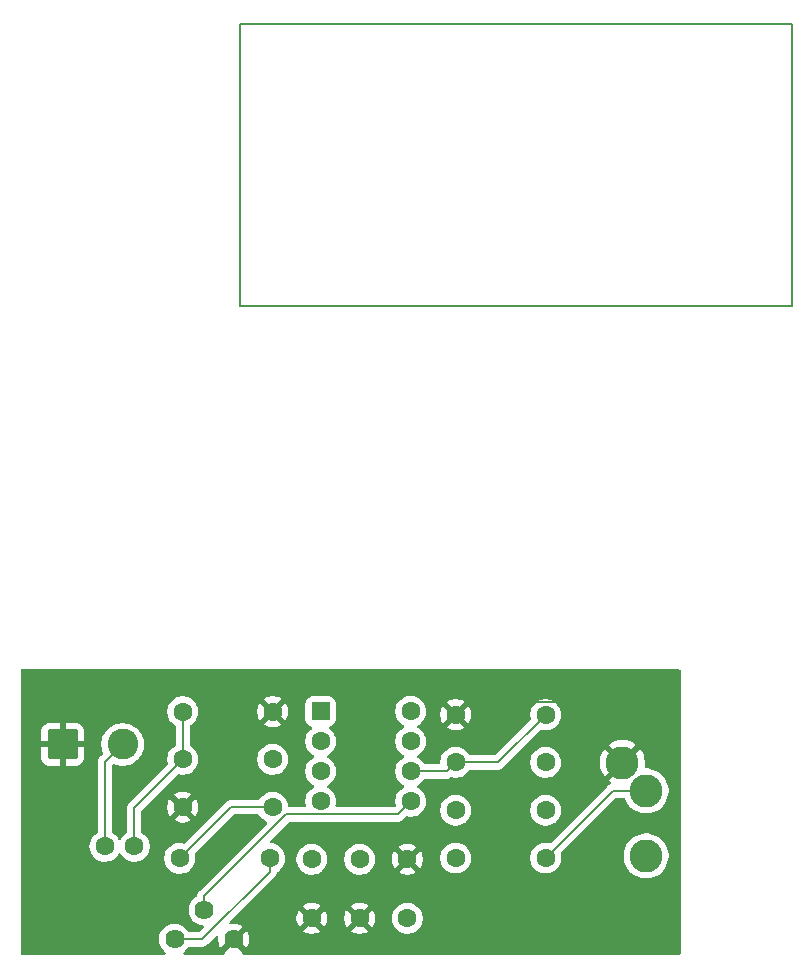
<source format=gbr>
%TF.GenerationSoftware,KiCad,Pcbnew,9.0.6*%
%TF.CreationDate,2025-12-19T13:32:14+05:30*%
%TF.ProjectId,Headphone Amplifier,48656164-7068-46f6-9e65-20416d706c69,rev?*%
%TF.SameCoordinates,Original*%
%TF.FileFunction,Copper,L2,Bot*%
%TF.FilePolarity,Positive*%
%FSLAX46Y46*%
G04 Gerber Fmt 4.6, Leading zero omitted, Abs format (unit mm)*
G04 Created by KiCad (PCBNEW 9.0.6) date 2025-12-19 13:32:14*
%MOMM*%
%LPD*%
G01*
G04 APERTURE LIST*
G04 Aperture macros list*
%AMRoundRect*
0 Rectangle with rounded corners*
0 $1 Rounding radius*
0 $2 $3 $4 $5 $6 $7 $8 $9 X,Y pos of 4 corners*
0 Add a 4 corners polygon primitive as box body*
4,1,4,$2,$3,$4,$5,$6,$7,$8,$9,$2,$3,0*
0 Add four circle primitives for the rounded corners*
1,1,$1+$1,$2,$3*
1,1,$1+$1,$4,$5*
1,1,$1+$1,$6,$7*
1,1,$1+$1,$8,$9*
0 Add four rect primitives between the rounded corners*
20,1,$1+$1,$2,$3,$4,$5,0*
20,1,$1+$1,$4,$5,$6,$7,0*
20,1,$1+$1,$6,$7,$8,$9,0*
20,1,$1+$1,$8,$9,$2,$3,0*%
G04 Aperture macros list end*
%TA.AperFunction,NonConductor*%
%ADD10C,0.200000*%
%TD*%
%TA.AperFunction,ComponentPad*%
%ADD11C,1.600000*%
%TD*%
%TA.AperFunction,ComponentPad*%
%ADD12C,1.620000*%
%TD*%
%TA.AperFunction,ComponentPad*%
%ADD13RoundRect,0.250000X-1.050000X-1.050000X1.050000X-1.050000X1.050000X1.050000X-1.050000X1.050000X0*%
%TD*%
%TA.AperFunction,ComponentPad*%
%ADD14C,2.600000*%
%TD*%
%TA.AperFunction,ComponentPad*%
%ADD15C,2.800000*%
%TD*%
%TA.AperFunction,ComponentPad*%
%ADD16RoundRect,0.250000X-0.550000X-0.550000X0.550000X-0.550000X0.550000X0.550000X-0.550000X0.550000X0*%
%TD*%
%TA.AperFunction,Conductor*%
%ADD17C,0.200000*%
%TD*%
G04 APERTURE END LIST*
D10*
X75438000Y-66294000D02*
X122174000Y-66294000D01*
X122174000Y-90170000D01*
X75438000Y-90170000D01*
X75438000Y-66294000D01*
D11*
%TO.P,R3,1*%
%TO.N,GND*%
X70612000Y-132574000D03*
%TO.P,R3,2*%
%TO.N,Net-(U1A--)*%
X78232000Y-132574000D03*
%TD*%
%TO.P,R2,1*%
%TO.N,Net-(C1-Pad2)*%
X70612000Y-128524000D03*
%TO.P,R2,2*%
%TO.N,Net-(U1A-+)*%
X78232000Y-128524000D03*
%TD*%
%TO.P,C1,1*%
%TO.N,Net-(J1-Pin_2)*%
X64028000Y-135890000D03*
%TO.P,C1,2*%
%TO.N,Net-(C1-Pad2)*%
X66528000Y-135890000D03*
%TD*%
%TO.P,R5,1*%
%TO.N,GND*%
X93726000Y-124728000D03*
%TO.P,R5,2*%
%TO.N,Net-(U1B--)*%
X101346000Y-124728000D03*
%TD*%
%TO.P,R4,1*%
%TO.N,Net-(U1A--)*%
X70358000Y-136906000D03*
%TO.P,R4,2*%
%TO.N,Net-(R4-Pad2)*%
X77978000Y-136906000D03*
%TD*%
%TO.P,C2,1*%
%TO.N,GND*%
X81548000Y-141986000D03*
%TO.P,C2,2*%
%TO.N,+12V*%
X81548000Y-136986000D03*
%TD*%
%TO.P,C4,1*%
%TO.N,Net-(C4-Pad1)*%
X89648000Y-141986000D03*
%TO.P,C4,2*%
%TO.N,GND*%
X89648000Y-136986000D03*
%TD*%
%TO.P,R7,1*%
%TO.N,Net-(C4-Pad1)*%
X93726000Y-132828000D03*
%TO.P,R7,2*%
%TO.N,Net-(R6-Pad2)*%
X101346000Y-132828000D03*
%TD*%
%TO.P,R6,1*%
%TO.N,Net-(U1B--)*%
X93726000Y-128778000D03*
%TO.P,R6,2*%
%TO.N,Net-(R6-Pad2)*%
X101346000Y-128778000D03*
%TD*%
%TO.P,R1,1*%
%TO.N,Net-(C1-Pad2)*%
X70612000Y-124474000D03*
%TO.P,R1,2*%
%TO.N,GND*%
X78232000Y-124474000D03*
%TD*%
D12*
%TO.P,RV1,1,1*%
%TO.N,Net-(R4-Pad2)*%
X69930000Y-143764000D03*
%TO.P,RV1,2,2*%
%TO.N,Net-(U1B-+)*%
X72430000Y-141264000D03*
%TO.P,RV1,3,3*%
%TO.N,GND*%
X74930000Y-143764000D03*
%TD*%
D13*
%TO.P,J1,1,Pin_1*%
%TO.N,GND*%
X60452000Y-127254000D03*
D14*
%TO.P,J1,2,Pin_2*%
%TO.N,Net-(J1-Pin_2)*%
X65532000Y-127254000D03*
%TD*%
D11*
%TO.P,C3,1*%
%TO.N,GND*%
X85598000Y-141986000D03*
%TO.P,C3,2*%
%TO.N,-12V*%
X85598000Y-136986000D03*
%TD*%
D15*
%TO.P,J2,R*%
%TO.N,N/C*%
X109850000Y-136688000D03*
%TO.P,J2,S*%
%TO.N,GND*%
X107850000Y-128788000D03*
%TO.P,J2,T*%
%TO.N,Net-(J2-PadT)*%
X109850000Y-131188000D03*
%TD*%
D16*
%TO.P,U1,1*%
%TO.N,Net-(R4-Pad2)*%
X82296000Y-124460000D03*
D11*
%TO.P,U1,2,-*%
%TO.N,Net-(U1A--)*%
X82296000Y-127000000D03*
%TO.P,U1,3,+*%
%TO.N,Net-(U1A-+)*%
X82296000Y-129540000D03*
%TO.P,U1,4,V-*%
%TO.N,-12V*%
X82296000Y-132080000D03*
%TO.P,U1,5,+*%
%TO.N,Net-(U1B-+)*%
X89916000Y-132080000D03*
%TO.P,U1,6,-*%
%TO.N,Net-(U1B--)*%
X89916000Y-129540000D03*
%TO.P,U1,7*%
%TO.N,Net-(R6-Pad2)*%
X89916000Y-127000000D03*
%TO.P,U1,8,V+*%
%TO.N,+12V*%
X89916000Y-124460000D03*
%TD*%
%TO.P,R8,1*%
%TO.N,Net-(R6-Pad2)*%
X93726000Y-136878000D03*
%TO.P,R8,2*%
%TO.N,Net-(J2-PadT)*%
X101346000Y-136878000D03*
%TD*%
D17*
%TO.N,GND*%
X107850000Y-128788000D02*
X102689000Y-123627000D01*
X102689000Y-123627000D02*
X94827000Y-123627000D01*
X94827000Y-123627000D02*
X93726000Y-124728000D01*
%TO.N,Net-(U1A--)*%
X78232000Y-132574000D02*
X74690000Y-132574000D01*
X74690000Y-132574000D02*
X70358000Y-136906000D01*
%TO.N,Net-(C1-Pad2)*%
X70612000Y-128524000D02*
X70612000Y-124474000D01*
X66528000Y-135890000D02*
X66528000Y-132608000D01*
X66528000Y-132608000D02*
X70612000Y-128524000D01*
%TO.N,Net-(J2-PadT)*%
X109850000Y-131188000D02*
X107036000Y-131188000D01*
X107036000Y-131188000D02*
X101346000Y-136878000D01*
%TO.N,Net-(R4-Pad2)*%
X72251370Y-143764000D02*
X69930000Y-143764000D01*
X77978000Y-138037370D02*
X72251370Y-143764000D01*
X77978000Y-136906000D02*
X77978000Y-138037370D01*
%TO.N,Net-(U1B--)*%
X89916000Y-129540000D02*
X92964000Y-129540000D01*
X92964000Y-129540000D02*
X93726000Y-128778000D01*
X93726000Y-128778000D02*
X97296000Y-128778000D01*
X97296000Y-128778000D02*
X101346000Y-124728000D01*
%TO.N,Net-(U1B-+)*%
X88815000Y-133181000D02*
X89916000Y-132080000D01*
X79367488Y-133181000D02*
X88815000Y-133181000D01*
X72430000Y-140118488D02*
X79367488Y-133181000D01*
X72430000Y-141264000D02*
X72430000Y-140118488D01*
%TO.N,Net-(J1-Pin_2)*%
X64028000Y-135890000D02*
X64028000Y-128758000D01*
X64028000Y-128758000D02*
X65532000Y-127254000D01*
%TD*%
%TA.AperFunction,Conductor*%
%TO.N,GND*%
G36*
X112726539Y-120916185D02*
G01*
X112772294Y-120968989D01*
X112783500Y-121020500D01*
X112783500Y-144917500D01*
X112763815Y-144984539D01*
X112711011Y-145030294D01*
X112659500Y-145041500D01*
X75782008Y-145041500D01*
X75714969Y-145021815D01*
X75669214Y-144969011D01*
X75660407Y-144907764D01*
X75658596Y-144907622D01*
X75663080Y-144850633D01*
X75018585Y-144206138D01*
X75103694Y-144183333D01*
X75206306Y-144124090D01*
X75290090Y-144040306D01*
X75349333Y-143937694D01*
X75372138Y-143852585D01*
X76016633Y-144497080D01*
X76016634Y-144497080D01*
X76050412Y-144450590D01*
X76144023Y-144266868D01*
X76207743Y-144070759D01*
X76240000Y-143867104D01*
X76240000Y-143660895D01*
X76207743Y-143457240D01*
X76144023Y-143261131D01*
X76050415Y-143077415D01*
X76050408Y-143077404D01*
X76016634Y-143030918D01*
X76016633Y-143030917D01*
X75372137Y-143675413D01*
X75349333Y-143590306D01*
X75290090Y-143487694D01*
X75206306Y-143403910D01*
X75103694Y-143344667D01*
X75018584Y-143321861D01*
X75663081Y-142677365D01*
X75616590Y-142643587D01*
X75432868Y-142549976D01*
X75236759Y-142486256D01*
X75033104Y-142454000D01*
X74826896Y-142454000D01*
X74709193Y-142472642D01*
X74639899Y-142463687D01*
X74586447Y-142418691D01*
X74565808Y-142351939D01*
X74584533Y-142284626D01*
X74602106Y-142262497D01*
X74980921Y-141883682D01*
X80248000Y-141883682D01*
X80248000Y-142088317D01*
X80280009Y-142290417D01*
X80343244Y-142485031D01*
X80436141Y-142667350D01*
X80436147Y-142667359D01*
X80468523Y-142711921D01*
X80468524Y-142711922D01*
X81148000Y-142032446D01*
X81148000Y-142038661D01*
X81175259Y-142140394D01*
X81227920Y-142231606D01*
X81302394Y-142306080D01*
X81393606Y-142358741D01*
X81495339Y-142386000D01*
X81501553Y-142386000D01*
X80822076Y-143065474D01*
X80866650Y-143097859D01*
X81048968Y-143190755D01*
X81243582Y-143253990D01*
X81445683Y-143286000D01*
X81650317Y-143286000D01*
X81852417Y-143253990D01*
X82047031Y-143190755D01*
X82229349Y-143097859D01*
X82273921Y-143065474D01*
X81594447Y-142386000D01*
X81600661Y-142386000D01*
X81702394Y-142358741D01*
X81793606Y-142306080D01*
X81868080Y-142231606D01*
X81920741Y-142140394D01*
X81948000Y-142038661D01*
X81948000Y-142032447D01*
X82627474Y-142711921D01*
X82659859Y-142667349D01*
X82752755Y-142485031D01*
X82815990Y-142290417D01*
X82848000Y-142088317D01*
X82848000Y-141883682D01*
X84298000Y-141883682D01*
X84298000Y-142088317D01*
X84330009Y-142290417D01*
X84393244Y-142485031D01*
X84486141Y-142667350D01*
X84486147Y-142667359D01*
X84518523Y-142711921D01*
X84518524Y-142711922D01*
X85198000Y-142032446D01*
X85198000Y-142038661D01*
X85225259Y-142140394D01*
X85277920Y-142231606D01*
X85352394Y-142306080D01*
X85443606Y-142358741D01*
X85545339Y-142386000D01*
X85551553Y-142386000D01*
X84872076Y-143065474D01*
X84916650Y-143097859D01*
X85098968Y-143190755D01*
X85293582Y-143253990D01*
X85495683Y-143286000D01*
X85700317Y-143286000D01*
X85902417Y-143253990D01*
X86097031Y-143190755D01*
X86279349Y-143097859D01*
X86323921Y-143065474D01*
X85644447Y-142386000D01*
X85650661Y-142386000D01*
X85752394Y-142358741D01*
X85843606Y-142306080D01*
X85918080Y-142231606D01*
X85970741Y-142140394D01*
X85998000Y-142038661D01*
X85998000Y-142032447D01*
X86677474Y-142711921D01*
X86709859Y-142667349D01*
X86802755Y-142485031D01*
X86865990Y-142290417D01*
X86898000Y-142088317D01*
X86898000Y-141883682D01*
X86897995Y-141883648D01*
X88347500Y-141883648D01*
X88347500Y-142088351D01*
X88379522Y-142290534D01*
X88442781Y-142485223D01*
X88488271Y-142574500D01*
X88535585Y-142667359D01*
X88535715Y-142667613D01*
X88656028Y-142833213D01*
X88800786Y-142977971D01*
X88921226Y-143065474D01*
X88966390Y-143098287D01*
X89055744Y-143143815D01*
X89148776Y-143191218D01*
X89148778Y-143191218D01*
X89148781Y-143191220D01*
X89253137Y-143225127D01*
X89343465Y-143254477D01*
X89444557Y-143270488D01*
X89545648Y-143286500D01*
X89545649Y-143286500D01*
X89750351Y-143286500D01*
X89750352Y-143286500D01*
X89952534Y-143254477D01*
X90147219Y-143191220D01*
X90329610Y-143098287D01*
X90422590Y-143030732D01*
X90495213Y-142977971D01*
X90495215Y-142977968D01*
X90495219Y-142977966D01*
X90639966Y-142833219D01*
X90639968Y-142833215D01*
X90639971Y-142833213D01*
X90692732Y-142760590D01*
X90760287Y-142667610D01*
X90853220Y-142485219D01*
X90916477Y-142290534D01*
X90948500Y-142088352D01*
X90948500Y-141883648D01*
X90930033Y-141767054D01*
X90916477Y-141681465D01*
X90880544Y-141570876D01*
X90853220Y-141486781D01*
X90853218Y-141486778D01*
X90853218Y-141486776D01*
X90792259Y-141367139D01*
X90760287Y-141304390D01*
X90728092Y-141260077D01*
X90639971Y-141138786D01*
X90495213Y-140994028D01*
X90329613Y-140873715D01*
X90329612Y-140873714D01*
X90329610Y-140873713D01*
X90272653Y-140844691D01*
X90147223Y-140780781D01*
X89952534Y-140717522D01*
X89777995Y-140689878D01*
X89750352Y-140685500D01*
X89545648Y-140685500D01*
X89521329Y-140689351D01*
X89343465Y-140717522D01*
X89148776Y-140780781D01*
X88966386Y-140873715D01*
X88800786Y-140994028D01*
X88656028Y-141138786D01*
X88535715Y-141304386D01*
X88442781Y-141486776D01*
X88379522Y-141681465D01*
X88347500Y-141883648D01*
X86897995Y-141883648D01*
X86865990Y-141681582D01*
X86802755Y-141486968D01*
X86709859Y-141304650D01*
X86677474Y-141260077D01*
X86677474Y-141260076D01*
X85998000Y-141939551D01*
X85998000Y-141933339D01*
X85970741Y-141831606D01*
X85918080Y-141740394D01*
X85843606Y-141665920D01*
X85752394Y-141613259D01*
X85650661Y-141586000D01*
X85644446Y-141586000D01*
X86323922Y-140906524D01*
X86323921Y-140906523D01*
X86279359Y-140874147D01*
X86279350Y-140874141D01*
X86097031Y-140781244D01*
X85902417Y-140718009D01*
X85700317Y-140686000D01*
X85495683Y-140686000D01*
X85293582Y-140718009D01*
X85098968Y-140781244D01*
X84916644Y-140874143D01*
X84872077Y-140906523D01*
X84872077Y-140906524D01*
X85551554Y-141586000D01*
X85545339Y-141586000D01*
X85443606Y-141613259D01*
X85352394Y-141665920D01*
X85277920Y-141740394D01*
X85225259Y-141831606D01*
X85198000Y-141933339D01*
X85198000Y-141939553D01*
X84518524Y-141260077D01*
X84518523Y-141260077D01*
X84486143Y-141304644D01*
X84393244Y-141486968D01*
X84330009Y-141681582D01*
X84298000Y-141883682D01*
X82848000Y-141883682D01*
X82815990Y-141681582D01*
X82752755Y-141486968D01*
X82659859Y-141304650D01*
X82627474Y-141260077D01*
X82627474Y-141260076D01*
X81948000Y-141939551D01*
X81948000Y-141933339D01*
X81920741Y-141831606D01*
X81868080Y-141740394D01*
X81793606Y-141665920D01*
X81702394Y-141613259D01*
X81600661Y-141586000D01*
X81594446Y-141586000D01*
X82273922Y-140906524D01*
X82273921Y-140906523D01*
X82229359Y-140874147D01*
X82229350Y-140874141D01*
X82047031Y-140781244D01*
X81852417Y-140718009D01*
X81650317Y-140686000D01*
X81445683Y-140686000D01*
X81243582Y-140718009D01*
X81048968Y-140781244D01*
X80866644Y-140874143D01*
X80822077Y-140906523D01*
X80822077Y-140906524D01*
X81501554Y-141586000D01*
X81495339Y-141586000D01*
X81393606Y-141613259D01*
X81302394Y-141665920D01*
X81227920Y-141740394D01*
X81175259Y-141831606D01*
X81148000Y-141933339D01*
X81148000Y-141939553D01*
X80468524Y-141260077D01*
X80468523Y-141260077D01*
X80436143Y-141304644D01*
X80343244Y-141486968D01*
X80280009Y-141681582D01*
X80248000Y-141883682D01*
X74980921Y-141883682D01*
X78346713Y-138517891D01*
X78346716Y-138517890D01*
X78458520Y-138406086D01*
X78508639Y-138319274D01*
X78537577Y-138269155D01*
X78578501Y-138116427D01*
X78578501Y-138116424D01*
X78580604Y-138108576D01*
X78582883Y-138109186D01*
X78606253Y-138056331D01*
X78644646Y-138025911D01*
X78659610Y-138018287D01*
X78762160Y-137943781D01*
X78825213Y-137897971D01*
X78825215Y-137897968D01*
X78825219Y-137897966D01*
X78969966Y-137753219D01*
X78969968Y-137753215D01*
X78969971Y-137753213D01*
X79032354Y-137667349D01*
X79090287Y-137587610D01*
X79183220Y-137405219D01*
X79246477Y-137210534D01*
X79278500Y-137008352D01*
X79278500Y-136883648D01*
X80247500Y-136883648D01*
X80247500Y-137088352D01*
X80248588Y-137095220D01*
X80279522Y-137290534D01*
X80342781Y-137485223D01*
X80394951Y-137587610D01*
X80435585Y-137667359D01*
X80435715Y-137667613D01*
X80556028Y-137833213D01*
X80700786Y-137977971D01*
X80821226Y-138065474D01*
X80866390Y-138098287D01*
X80960968Y-138146477D01*
X81048776Y-138191218D01*
X81048778Y-138191218D01*
X81048781Y-138191220D01*
X81153137Y-138225127D01*
X81243465Y-138254477D01*
X81336138Y-138269155D01*
X81445648Y-138286500D01*
X81445649Y-138286500D01*
X81650351Y-138286500D01*
X81650352Y-138286500D01*
X81852534Y-138254477D01*
X82047219Y-138191220D01*
X82229610Y-138098287D01*
X82329233Y-138025907D01*
X82395213Y-137977971D01*
X82395215Y-137977968D01*
X82395219Y-137977966D01*
X82539966Y-137833219D01*
X82539968Y-137833215D01*
X82539971Y-137833213D01*
X82598093Y-137753213D01*
X82660287Y-137667610D01*
X82753220Y-137485219D01*
X82816477Y-137290534D01*
X82848500Y-137088352D01*
X82848500Y-136883648D01*
X84297500Y-136883648D01*
X84297500Y-137088352D01*
X84298588Y-137095220D01*
X84329522Y-137290534D01*
X84392781Y-137485223D01*
X84444951Y-137587610D01*
X84485585Y-137667359D01*
X84485715Y-137667613D01*
X84606028Y-137833213D01*
X84750786Y-137977971D01*
X84871226Y-138065474D01*
X84916390Y-138098287D01*
X85010968Y-138146477D01*
X85098776Y-138191218D01*
X85098778Y-138191218D01*
X85098781Y-138191220D01*
X85203137Y-138225127D01*
X85293465Y-138254477D01*
X85386138Y-138269155D01*
X85495648Y-138286500D01*
X85495649Y-138286500D01*
X85700351Y-138286500D01*
X85700352Y-138286500D01*
X85902534Y-138254477D01*
X86097219Y-138191220D01*
X86279610Y-138098287D01*
X86379233Y-138025907D01*
X86445213Y-137977971D01*
X86445215Y-137977968D01*
X86445219Y-137977966D01*
X86589966Y-137833219D01*
X86589968Y-137833215D01*
X86589971Y-137833213D01*
X86648093Y-137753213D01*
X86710287Y-137667610D01*
X86803220Y-137485219D01*
X86866477Y-137290534D01*
X86898500Y-137088352D01*
X86898500Y-136883682D01*
X88348000Y-136883682D01*
X88348000Y-137088317D01*
X88380009Y-137290417D01*
X88443244Y-137485031D01*
X88536141Y-137667350D01*
X88536147Y-137667359D01*
X88568523Y-137711921D01*
X88568524Y-137711922D01*
X89248000Y-137032446D01*
X89248000Y-137038661D01*
X89275259Y-137140394D01*
X89327920Y-137231606D01*
X89402394Y-137306080D01*
X89493606Y-137358741D01*
X89595339Y-137386000D01*
X89601553Y-137386000D01*
X88922076Y-138065474D01*
X88966650Y-138097859D01*
X89148968Y-138190755D01*
X89343582Y-138253990D01*
X89545683Y-138286000D01*
X89750317Y-138286000D01*
X89952417Y-138253990D01*
X90147031Y-138190755D01*
X90329349Y-138097859D01*
X90373921Y-138065474D01*
X89694447Y-137386000D01*
X89700661Y-137386000D01*
X89802394Y-137358741D01*
X89893606Y-137306080D01*
X89968080Y-137231606D01*
X90020741Y-137140394D01*
X90048000Y-137038661D01*
X90048000Y-137032447D01*
X90727474Y-137711921D01*
X90759859Y-137667349D01*
X90852755Y-137485031D01*
X90915990Y-137290417D01*
X90948000Y-137088317D01*
X90948000Y-136883683D01*
X90933189Y-136790175D01*
X90933189Y-136790174D01*
X90930888Y-136775648D01*
X92425500Y-136775648D01*
X92425500Y-136980352D01*
X92426395Y-136986000D01*
X92457522Y-137182534D01*
X92520781Y-137377223D01*
X92613715Y-137559613D01*
X92734028Y-137725213D01*
X92878786Y-137869971D01*
X92980379Y-137943781D01*
X93044390Y-137990287D01*
X93160607Y-138049503D01*
X93226776Y-138083218D01*
X93226778Y-138083218D01*
X93226781Y-138083220D01*
X93304819Y-138108576D01*
X93421465Y-138146477D01*
X93522557Y-138162488D01*
X93623648Y-138178500D01*
X93623649Y-138178500D01*
X93828351Y-138178500D01*
X93828352Y-138178500D01*
X94030534Y-138146477D01*
X94225219Y-138083220D01*
X94407610Y-137990287D01*
X94500590Y-137922732D01*
X94573213Y-137869971D01*
X94573215Y-137869968D01*
X94573219Y-137869966D01*
X94717966Y-137725219D01*
X94717968Y-137725215D01*
X94717971Y-137725213D01*
X94770732Y-137652590D01*
X94838287Y-137559610D01*
X94931220Y-137377219D01*
X94994477Y-137182534D01*
X95026500Y-136980352D01*
X95026500Y-136775648D01*
X100045500Y-136775648D01*
X100045500Y-136980352D01*
X100046395Y-136986000D01*
X100077522Y-137182534D01*
X100140781Y-137377223D01*
X100233715Y-137559613D01*
X100354028Y-137725213D01*
X100498786Y-137869971D01*
X100600379Y-137943781D01*
X100664390Y-137990287D01*
X100780607Y-138049503D01*
X100846776Y-138083218D01*
X100846778Y-138083218D01*
X100846781Y-138083220D01*
X100924819Y-138108576D01*
X101041465Y-138146477D01*
X101142557Y-138162488D01*
X101243648Y-138178500D01*
X101243649Y-138178500D01*
X101448351Y-138178500D01*
X101448352Y-138178500D01*
X101650534Y-138146477D01*
X101845219Y-138083220D01*
X102027610Y-137990287D01*
X102120590Y-137922732D01*
X102193213Y-137869971D01*
X102193215Y-137869968D01*
X102193219Y-137869966D01*
X102337966Y-137725219D01*
X102337968Y-137725215D01*
X102337971Y-137725213D01*
X102390732Y-137652590D01*
X102458287Y-137559610D01*
X102551220Y-137377219D01*
X102614477Y-137182534D01*
X102646500Y-136980352D01*
X102646500Y-136775648D01*
X102614477Y-136573466D01*
X102611219Y-136563441D01*
X107949500Y-136563441D01*
X107949500Y-136812558D01*
X107949501Y-136812575D01*
X107979265Y-137038661D01*
X107982018Y-137059565D01*
X108014968Y-137182534D01*
X108046498Y-137300207D01*
X108141830Y-137530361D01*
X108141837Y-137530376D01*
X108266400Y-137746126D01*
X108418060Y-137943774D01*
X108418066Y-137943781D01*
X108594218Y-138119933D01*
X108594225Y-138119939D01*
X108791873Y-138271599D01*
X109007623Y-138396162D01*
X109007638Y-138396169D01*
X109106825Y-138437253D01*
X109237793Y-138491502D01*
X109478435Y-138555982D01*
X109725435Y-138588500D01*
X109725442Y-138588500D01*
X109974558Y-138588500D01*
X109974565Y-138588500D01*
X110221565Y-138555982D01*
X110462207Y-138491502D01*
X110692373Y-138396164D01*
X110908127Y-138271599D01*
X111105776Y-138119938D01*
X111281938Y-137943776D01*
X111433599Y-137746127D01*
X111558164Y-137530373D01*
X111653502Y-137300207D01*
X111717982Y-137059565D01*
X111750500Y-136812565D01*
X111750500Y-136563435D01*
X111717982Y-136316435D01*
X111653502Y-136075793D01*
X111586497Y-135914028D01*
X111558169Y-135845638D01*
X111558162Y-135845623D01*
X111433599Y-135629873D01*
X111281939Y-135432225D01*
X111281933Y-135432218D01*
X111105781Y-135256066D01*
X111105774Y-135256060D01*
X110908126Y-135104400D01*
X110692376Y-134979837D01*
X110692361Y-134979830D01*
X110462207Y-134884498D01*
X110221561Y-134820017D01*
X109974575Y-134787501D01*
X109974570Y-134787500D01*
X109974565Y-134787500D01*
X109725435Y-134787500D01*
X109725429Y-134787500D01*
X109725424Y-134787501D01*
X109478438Y-134820017D01*
X109237792Y-134884498D01*
X109007638Y-134979830D01*
X109007623Y-134979837D01*
X108791873Y-135104400D01*
X108594225Y-135256060D01*
X108594218Y-135256066D01*
X108418066Y-135432218D01*
X108418060Y-135432225D01*
X108266400Y-135629873D01*
X108141837Y-135845623D01*
X108141830Y-135845638D01*
X108046498Y-136075792D01*
X107982017Y-136316438D01*
X107949501Y-136563424D01*
X107949500Y-136563441D01*
X102611219Y-136563441D01*
X102608687Y-136555648D01*
X102607758Y-136552077D01*
X102608728Y-136520705D01*
X102607832Y-136489312D01*
X102609805Y-136485874D01*
X102609918Y-136482241D01*
X102621920Y-136464776D01*
X102640075Y-136433158D01*
X107248416Y-131824819D01*
X107309739Y-131791334D01*
X107336097Y-131788500D01*
X107958795Y-131788500D01*
X108025834Y-131808185D01*
X108071589Y-131860989D01*
X108073356Y-131865048D01*
X108141830Y-132030361D01*
X108141837Y-132030376D01*
X108266400Y-132246126D01*
X108418060Y-132443774D01*
X108418066Y-132443781D01*
X108594218Y-132619933D01*
X108594225Y-132619939D01*
X108791873Y-132771599D01*
X109007623Y-132896162D01*
X109007638Y-132896169D01*
X109090164Y-132930352D01*
X109237793Y-132991502D01*
X109478435Y-133055982D01*
X109725435Y-133088500D01*
X109725442Y-133088500D01*
X109974558Y-133088500D01*
X109974565Y-133088500D01*
X110221565Y-133055982D01*
X110462207Y-132991502D01*
X110692373Y-132896164D01*
X110908127Y-132771599D01*
X111105776Y-132619938D01*
X111281938Y-132443776D01*
X111433599Y-132246127D01*
X111558164Y-132030373D01*
X111653502Y-131800207D01*
X111717982Y-131559565D01*
X111750500Y-131312565D01*
X111750500Y-131063435D01*
X111717982Y-130816435D01*
X111653502Y-130575793D01*
X111575390Y-130387213D01*
X111558169Y-130345638D01*
X111558162Y-130345623D01*
X111433599Y-130129873D01*
X111281939Y-129932225D01*
X111281933Y-129932218D01*
X111105781Y-129756066D01*
X111105774Y-129756060D01*
X110908126Y-129604400D01*
X110692376Y-129479837D01*
X110692361Y-129479830D01*
X110462207Y-129384498D01*
X110221561Y-129320017D01*
X109974575Y-129287501D01*
X109974570Y-129287500D01*
X109974565Y-129287500D01*
X109842030Y-129287500D01*
X109774991Y-129267815D01*
X109729236Y-129215011D01*
X109719091Y-129147315D01*
X109750000Y-128912533D01*
X109750000Y-128663466D01*
X109717491Y-128416536D01*
X109653026Y-128175950D01*
X109557716Y-127945851D01*
X109557711Y-127945840D01*
X109433186Y-127730158D01*
X109433180Y-127730150D01*
X109358598Y-127632953D01*
X109358597Y-127632953D01*
X108712573Y-128278978D01*
X108626751Y-128150537D01*
X108487463Y-128011249D01*
X108359019Y-127925425D01*
X109005045Y-127279400D01*
X108907849Y-127204819D01*
X108907841Y-127204813D01*
X108692159Y-127080288D01*
X108692148Y-127080283D01*
X108462049Y-126984973D01*
X108221463Y-126920508D01*
X107974534Y-126888000D01*
X107725466Y-126888000D01*
X107478536Y-126920508D01*
X107237950Y-126984973D01*
X107007851Y-127080283D01*
X107007847Y-127080285D01*
X106792143Y-127204823D01*
X106694953Y-127279399D01*
X106694953Y-127279400D01*
X107340979Y-127925426D01*
X107212537Y-128011249D01*
X107073249Y-128150537D01*
X106987426Y-128278979D01*
X106341400Y-127632953D01*
X106341399Y-127632953D01*
X106266823Y-127730143D01*
X106142285Y-127945847D01*
X106142283Y-127945851D01*
X106046973Y-128175950D01*
X105982508Y-128416536D01*
X105950000Y-128663466D01*
X105950000Y-128912533D01*
X105982508Y-129159463D01*
X106046973Y-129400049D01*
X106142283Y-129630148D01*
X106142288Y-129630159D01*
X106266813Y-129845841D01*
X106266819Y-129845849D01*
X106341400Y-129943045D01*
X106987425Y-129297019D01*
X107073249Y-129425463D01*
X107212537Y-129564751D01*
X107340978Y-129650573D01*
X106694953Y-130296597D01*
X106694953Y-130296598D01*
X106792150Y-130371180D01*
X106792152Y-130371182D01*
X106841038Y-130399406D01*
X106889254Y-130449973D01*
X106902478Y-130518580D01*
X106876510Y-130583445D01*
X106833381Y-130618252D01*
X106822651Y-130623482D01*
X106804215Y-130628423D01*
X106762882Y-130652287D01*
X106759142Y-130654445D01*
X106759124Y-130654455D01*
X106667287Y-130707477D01*
X106667282Y-130707481D01*
X106555478Y-130819286D01*
X101790842Y-135583921D01*
X101729519Y-135617406D01*
X101664848Y-135614173D01*
X101650534Y-135609522D01*
X101468486Y-135580689D01*
X101448352Y-135577500D01*
X101243648Y-135577500D01*
X101223514Y-135580689D01*
X101041465Y-135609522D01*
X100846776Y-135672781D01*
X100664386Y-135765715D01*
X100498786Y-135886028D01*
X100354028Y-136030786D01*
X100233715Y-136196386D01*
X100140781Y-136378776D01*
X100077522Y-136573465D01*
X100051084Y-136740394D01*
X100045500Y-136775648D01*
X95026500Y-136775648D01*
X94994477Y-136573466D01*
X94987527Y-136552077D01*
X94954549Y-136450581D01*
X94931220Y-136378781D01*
X94931218Y-136378778D01*
X94931218Y-136378776D01*
X94870737Y-136260077D01*
X94838287Y-136196390D01*
X94796432Y-136138781D01*
X94717971Y-136030786D01*
X94573213Y-135886028D01*
X94407613Y-135765715D01*
X94407612Y-135765714D01*
X94407610Y-135765713D01*
X94313986Y-135718009D01*
X94225223Y-135672781D01*
X94030534Y-135609522D01*
X93848486Y-135580689D01*
X93828352Y-135577500D01*
X93623648Y-135577500D01*
X93603514Y-135580689D01*
X93421465Y-135609522D01*
X93226776Y-135672781D01*
X93044386Y-135765715D01*
X92878786Y-135886028D01*
X92734028Y-136030786D01*
X92613715Y-136196386D01*
X92520781Y-136378776D01*
X92457522Y-136573465D01*
X92431084Y-136740394D01*
X92425500Y-136775648D01*
X90930888Y-136775648D01*
X90915989Y-136681582D01*
X90852755Y-136486968D01*
X90759859Y-136304650D01*
X90727474Y-136260077D01*
X90727474Y-136260076D01*
X90048000Y-136939551D01*
X90048000Y-136933339D01*
X90020741Y-136831606D01*
X89968080Y-136740394D01*
X89893606Y-136665920D01*
X89802394Y-136613259D01*
X89700661Y-136586000D01*
X89694446Y-136586000D01*
X90373922Y-135906524D01*
X90373921Y-135906523D01*
X90329359Y-135874147D01*
X90329350Y-135874141D01*
X90147031Y-135781244D01*
X89952417Y-135718009D01*
X89750317Y-135686000D01*
X89545683Y-135686000D01*
X89343582Y-135718009D01*
X89148968Y-135781244D01*
X88966644Y-135874143D01*
X88922077Y-135906523D01*
X88922077Y-135906524D01*
X89601554Y-136586000D01*
X89595339Y-136586000D01*
X89493606Y-136613259D01*
X89402394Y-136665920D01*
X89327920Y-136740394D01*
X89275259Y-136831606D01*
X89248000Y-136933339D01*
X89248000Y-136939553D01*
X88568524Y-136260077D01*
X88568523Y-136260077D01*
X88536143Y-136304644D01*
X88443244Y-136486968D01*
X88380009Y-136681582D01*
X88348000Y-136883682D01*
X86898500Y-136883682D01*
X86898500Y-136883648D01*
X86881394Y-136775648D01*
X86866477Y-136681465D01*
X86824436Y-136552077D01*
X86803220Y-136486781D01*
X86803218Y-136486778D01*
X86803218Y-136486776D01*
X86762455Y-136406776D01*
X86710287Y-136304390D01*
X86678092Y-136260077D01*
X86589971Y-136138786D01*
X86445213Y-135994028D01*
X86279613Y-135873715D01*
X86279612Y-135873714D01*
X86279610Y-135873713D01*
X86222653Y-135844691D01*
X86097223Y-135780781D01*
X85902534Y-135717522D01*
X85727995Y-135689878D01*
X85700352Y-135685500D01*
X85495648Y-135685500D01*
X85471329Y-135689351D01*
X85293465Y-135717522D01*
X85098776Y-135780781D01*
X84916386Y-135873715D01*
X84750786Y-135994028D01*
X84606028Y-136138786D01*
X84485715Y-136304386D01*
X84392781Y-136486776D01*
X84329522Y-136681465D01*
X84297766Y-136881966D01*
X84297500Y-136883648D01*
X82848500Y-136883648D01*
X82831394Y-136775648D01*
X82816477Y-136681465D01*
X82774436Y-136552077D01*
X82753220Y-136486781D01*
X82753218Y-136486778D01*
X82753218Y-136486776D01*
X82712455Y-136406776D01*
X82660287Y-136304390D01*
X82628092Y-136260077D01*
X82539971Y-136138786D01*
X82395213Y-135994028D01*
X82229613Y-135873715D01*
X82229612Y-135873714D01*
X82229610Y-135873713D01*
X82172653Y-135844691D01*
X82047223Y-135780781D01*
X81852534Y-135717522D01*
X81677995Y-135689878D01*
X81650352Y-135685500D01*
X81445648Y-135685500D01*
X81421329Y-135689351D01*
X81243465Y-135717522D01*
X81048776Y-135780781D01*
X80866386Y-135873715D01*
X80700786Y-135994028D01*
X80556028Y-136138786D01*
X80435715Y-136304386D01*
X80342781Y-136486776D01*
X80279522Y-136681465D01*
X80247766Y-136881966D01*
X80247500Y-136883648D01*
X79278500Y-136883648D01*
X79278500Y-136803648D01*
X79246477Y-136601466D01*
X79234116Y-136563424D01*
X79209248Y-136486888D01*
X79183220Y-136406781D01*
X79183218Y-136406778D01*
X79183218Y-136406776D01*
X79137186Y-136316435D01*
X79090287Y-136224390D01*
X79028093Y-136138786D01*
X78969971Y-136058786D01*
X78825213Y-135914028D01*
X78659613Y-135793715D01*
X78659612Y-135793714D01*
X78659610Y-135793713D01*
X78602653Y-135764691D01*
X78477223Y-135700781D01*
X78282534Y-135637522D01*
X78103818Y-135609216D01*
X78080352Y-135605500D01*
X78080351Y-135605500D01*
X78075540Y-135604738D01*
X78075746Y-135603434D01*
X78016090Y-135580689D01*
X77974626Y-135524454D01*
X77970147Y-135454728D01*
X78003436Y-135394285D01*
X79579905Y-133817819D01*
X79641228Y-133784334D01*
X79667586Y-133781500D01*
X88728331Y-133781500D01*
X88728347Y-133781501D01*
X88735943Y-133781501D01*
X88894054Y-133781501D01*
X88894057Y-133781501D01*
X89046785Y-133740577D01*
X89096904Y-133711639D01*
X89183716Y-133661520D01*
X89295520Y-133549716D01*
X89295520Y-133549714D01*
X89305728Y-133539507D01*
X89305730Y-133539504D01*
X89471158Y-133374075D01*
X89532479Y-133340592D01*
X89597151Y-133343825D01*
X89611466Y-133348477D01*
X89813648Y-133380500D01*
X89813649Y-133380500D01*
X90018351Y-133380500D01*
X90018352Y-133380500D01*
X90220534Y-133348477D01*
X90415219Y-133285220D01*
X90597610Y-133192287D01*
X90740462Y-133088500D01*
X90763213Y-133071971D01*
X90763215Y-133071968D01*
X90763219Y-133071966D01*
X90907966Y-132927219D01*
X90907968Y-132927215D01*
X90907971Y-132927213D01*
X90985563Y-132820415D01*
X91028287Y-132761610D01*
X91046611Y-132725648D01*
X92425500Y-132725648D01*
X92425500Y-132930351D01*
X92457522Y-133132534D01*
X92520781Y-133327223D01*
X92613715Y-133509613D01*
X92734028Y-133675213D01*
X92878786Y-133819971D01*
X93033749Y-133932556D01*
X93044390Y-133940287D01*
X93160607Y-133999503D01*
X93226776Y-134033218D01*
X93226778Y-134033218D01*
X93226781Y-134033220D01*
X93331137Y-134067127D01*
X93421465Y-134096477D01*
X93522557Y-134112488D01*
X93623648Y-134128500D01*
X93623649Y-134128500D01*
X93828351Y-134128500D01*
X93828352Y-134128500D01*
X94030534Y-134096477D01*
X94225219Y-134033220D01*
X94407610Y-133940287D01*
X94500590Y-133872732D01*
X94573213Y-133819971D01*
X94573215Y-133819968D01*
X94573219Y-133819966D01*
X94717966Y-133675219D01*
X94717968Y-133675215D01*
X94717971Y-133675213D01*
X94770732Y-133602590D01*
X94838287Y-133509610D01*
X94931220Y-133327219D01*
X94994477Y-133132534D01*
X95026500Y-132930352D01*
X95026500Y-132725648D01*
X100045500Y-132725648D01*
X100045500Y-132930351D01*
X100077522Y-133132534D01*
X100140781Y-133327223D01*
X100233715Y-133509613D01*
X100354028Y-133675213D01*
X100498786Y-133819971D01*
X100653749Y-133932556D01*
X100664390Y-133940287D01*
X100780607Y-133999503D01*
X100846776Y-134033218D01*
X100846778Y-134033218D01*
X100846781Y-134033220D01*
X100951137Y-134067127D01*
X101041465Y-134096477D01*
X101142557Y-134112488D01*
X101243648Y-134128500D01*
X101243649Y-134128500D01*
X101448351Y-134128500D01*
X101448352Y-134128500D01*
X101650534Y-134096477D01*
X101845219Y-134033220D01*
X102027610Y-133940287D01*
X102120590Y-133872732D01*
X102193213Y-133819971D01*
X102193215Y-133819968D01*
X102193219Y-133819966D01*
X102337966Y-133675219D01*
X102337968Y-133675215D01*
X102337971Y-133675213D01*
X102390732Y-133602590D01*
X102458287Y-133509610D01*
X102551220Y-133327219D01*
X102614477Y-133132534D01*
X102646500Y-132930352D01*
X102646500Y-132725648D01*
X102629756Y-132619933D01*
X102614477Y-132523465D01*
X102569338Y-132384542D01*
X102551220Y-132328781D01*
X102551218Y-132328778D01*
X102551218Y-132328776D01*
X102513076Y-132253920D01*
X102458287Y-132146390D01*
X102419846Y-132093480D01*
X102337971Y-131980786D01*
X102193213Y-131836028D01*
X102027613Y-131715715D01*
X102027612Y-131715714D01*
X102027610Y-131715713D01*
X101970653Y-131686691D01*
X101845223Y-131622781D01*
X101650534Y-131559522D01*
X101475995Y-131531878D01*
X101448352Y-131527500D01*
X101243648Y-131527500D01*
X101219329Y-131531351D01*
X101041465Y-131559522D01*
X100846776Y-131622781D01*
X100664386Y-131715715D01*
X100498786Y-131836028D01*
X100354028Y-131980786D01*
X100233715Y-132146386D01*
X100140781Y-132328776D01*
X100077522Y-132523465D01*
X100045500Y-132725648D01*
X95026500Y-132725648D01*
X95009756Y-132619933D01*
X94994477Y-132523465D01*
X94949338Y-132384542D01*
X94931220Y-132328781D01*
X94931218Y-132328778D01*
X94931218Y-132328776D01*
X94893076Y-132253920D01*
X94838287Y-132146390D01*
X94799846Y-132093480D01*
X94717971Y-131980786D01*
X94573213Y-131836028D01*
X94407613Y-131715715D01*
X94407612Y-131715714D01*
X94407610Y-131715713D01*
X94350653Y-131686691D01*
X94225223Y-131622781D01*
X94030534Y-131559522D01*
X93855995Y-131531878D01*
X93828352Y-131527500D01*
X93623648Y-131527500D01*
X93599329Y-131531351D01*
X93421465Y-131559522D01*
X93226776Y-131622781D01*
X93044386Y-131715715D01*
X92878786Y-131836028D01*
X92734028Y-131980786D01*
X92613715Y-132146386D01*
X92520781Y-132328776D01*
X92457522Y-132523465D01*
X92425500Y-132725648D01*
X91046611Y-132725648D01*
X91121220Y-132579219D01*
X91184477Y-132384534D01*
X91216500Y-132182352D01*
X91216500Y-131977648D01*
X91203037Y-131892650D01*
X91184477Y-131775465D01*
X91155127Y-131685137D01*
X91121220Y-131580781D01*
X91121218Y-131580778D01*
X91121218Y-131580776D01*
X91077269Y-131494523D01*
X91028287Y-131398390D01*
X91020556Y-131387749D01*
X90907971Y-131232786D01*
X90763213Y-131088028D01*
X90597614Y-130967715D01*
X90591006Y-130964348D01*
X90504917Y-130920483D01*
X90454123Y-130872511D01*
X90437328Y-130804690D01*
X90459865Y-130738555D01*
X90504917Y-130699516D01*
X90597610Y-130652287D01*
X90644456Y-130618252D01*
X90763213Y-130531971D01*
X90763215Y-130531968D01*
X90763219Y-130531966D01*
X90907966Y-130387219D01*
X90907968Y-130387215D01*
X90907971Y-130387213D01*
X91028284Y-130221614D01*
X91028285Y-130221613D01*
X91028287Y-130221610D01*
X91035117Y-130208204D01*
X91083091Y-130157409D01*
X91145602Y-130140500D01*
X92877331Y-130140500D01*
X92877347Y-130140501D01*
X92884943Y-130140501D01*
X93043054Y-130140501D01*
X93043057Y-130140501D01*
X93195785Y-130099577D01*
X93245904Y-130070639D01*
X93288097Y-130046279D01*
X93355995Y-130029809D01*
X93388411Y-130035737D01*
X93405694Y-130041352D01*
X93421466Y-130046477D01*
X93623648Y-130078500D01*
X93623649Y-130078500D01*
X93828351Y-130078500D01*
X93828352Y-130078500D01*
X94030534Y-130046477D01*
X94225219Y-129983220D01*
X94407610Y-129890287D01*
X94542234Y-129792478D01*
X94573213Y-129769971D01*
X94573215Y-129769968D01*
X94573219Y-129769966D01*
X94717966Y-129625219D01*
X94717968Y-129625215D01*
X94717971Y-129625213D01*
X94838284Y-129459614D01*
X94838285Y-129459613D01*
X94838287Y-129459610D01*
X94845117Y-129446204D01*
X94893091Y-129395409D01*
X94955602Y-129378500D01*
X97209331Y-129378500D01*
X97209347Y-129378501D01*
X97216943Y-129378501D01*
X97375054Y-129378501D01*
X97375057Y-129378501D01*
X97527785Y-129337577D01*
X97527787Y-129337575D01*
X97527789Y-129337575D01*
X97527790Y-129337574D01*
X97578640Y-129308216D01*
X97578641Y-129308215D01*
X97664716Y-129258520D01*
X97776520Y-129146716D01*
X97776520Y-129146714D01*
X97786724Y-129136511D01*
X97786728Y-129136506D01*
X98247586Y-128675648D01*
X100045500Y-128675648D01*
X100045500Y-128880352D01*
X100046472Y-128886491D01*
X100077522Y-129082534D01*
X100140781Y-129277223D01*
X100233715Y-129459613D01*
X100354028Y-129625213D01*
X100498786Y-129769971D01*
X100653749Y-129882556D01*
X100664390Y-129890287D01*
X100746696Y-129932224D01*
X100846776Y-129983218D01*
X100846778Y-129983218D01*
X100846781Y-129983220D01*
X100951137Y-130017127D01*
X101041465Y-130046477D01*
X101142557Y-130062488D01*
X101243648Y-130078500D01*
X101243649Y-130078500D01*
X101448351Y-130078500D01*
X101448352Y-130078500D01*
X101650534Y-130046477D01*
X101845219Y-129983220D01*
X102027610Y-129890287D01*
X102162234Y-129792478D01*
X102193213Y-129769971D01*
X102193215Y-129769968D01*
X102193219Y-129769966D01*
X102337966Y-129625219D01*
X102337968Y-129625215D01*
X102337971Y-129625213D01*
X102390732Y-129552590D01*
X102458287Y-129459610D01*
X102551220Y-129277219D01*
X102614477Y-129082534D01*
X102646500Y-128880352D01*
X102646500Y-128675648D01*
X102622832Y-128526215D01*
X102614477Y-128473465D01*
X102584266Y-128380485D01*
X102551220Y-128278781D01*
X102551218Y-128278778D01*
X102551218Y-128278776D01*
X102510343Y-128198555D01*
X102458287Y-128096390D01*
X102411173Y-128031542D01*
X102337971Y-127930786D01*
X102193213Y-127786028D01*
X102027613Y-127665715D01*
X102027612Y-127665714D01*
X102027610Y-127665713D01*
X101963315Y-127632953D01*
X101845223Y-127572781D01*
X101650534Y-127509522D01*
X101475995Y-127481878D01*
X101448352Y-127477500D01*
X101243648Y-127477500D01*
X101219329Y-127481351D01*
X101041465Y-127509522D01*
X100846776Y-127572781D01*
X100664386Y-127665715D01*
X100498786Y-127786028D01*
X100354028Y-127930786D01*
X100233715Y-128096386D01*
X100140781Y-128278776D01*
X100077522Y-128473465D01*
X100053820Y-128623119D01*
X100045500Y-128675648D01*
X98247586Y-128675648D01*
X100901158Y-126022075D01*
X100962479Y-125988592D01*
X101027151Y-125991825D01*
X101041466Y-125996477D01*
X101243648Y-126028500D01*
X101243649Y-126028500D01*
X101448351Y-126028500D01*
X101448352Y-126028500D01*
X101650534Y-125996477D01*
X101845219Y-125933220D01*
X102027610Y-125840287D01*
X102120590Y-125772732D01*
X102193213Y-125719971D01*
X102193215Y-125719968D01*
X102193219Y-125719966D01*
X102337966Y-125575219D01*
X102337968Y-125575215D01*
X102337971Y-125575213D01*
X102404017Y-125484307D01*
X102458287Y-125409610D01*
X102551220Y-125227219D01*
X102614477Y-125032534D01*
X102646500Y-124830352D01*
X102646500Y-124625648D01*
X102630822Y-124526661D01*
X102614477Y-124423465D01*
X102580731Y-124319606D01*
X102551220Y-124228781D01*
X102551218Y-124228778D01*
X102551218Y-124228776D01*
X102486244Y-124101259D01*
X102458287Y-124046390D01*
X102426092Y-124002077D01*
X102337971Y-123880786D01*
X102193213Y-123736028D01*
X102027613Y-123615715D01*
X102027612Y-123615714D01*
X102027610Y-123615713D01*
X101970653Y-123586691D01*
X101845223Y-123522781D01*
X101650534Y-123459522D01*
X101475995Y-123431878D01*
X101448352Y-123427500D01*
X101243648Y-123427500D01*
X101219329Y-123431351D01*
X101041465Y-123459522D01*
X100846776Y-123522781D01*
X100664386Y-123615715D01*
X100498786Y-123736028D01*
X100354028Y-123880786D01*
X100233715Y-124046386D01*
X100140781Y-124228776D01*
X100077522Y-124423465D01*
X100045500Y-124625648D01*
X100045500Y-124830351D01*
X100077522Y-125032534D01*
X100082173Y-125046848D01*
X100084165Y-125116690D01*
X100051921Y-125172842D01*
X97083584Y-128141181D01*
X97022261Y-128174666D01*
X96995903Y-128177500D01*
X94955602Y-128177500D01*
X94888563Y-128157815D01*
X94845117Y-128109795D01*
X94838284Y-128096385D01*
X94717971Y-127930786D01*
X94573213Y-127786028D01*
X94407613Y-127665715D01*
X94407612Y-127665714D01*
X94407610Y-127665713D01*
X94343315Y-127632953D01*
X94225223Y-127572781D01*
X94030534Y-127509522D01*
X93855995Y-127481878D01*
X93828352Y-127477500D01*
X93623648Y-127477500D01*
X93599329Y-127481351D01*
X93421465Y-127509522D01*
X93226776Y-127572781D01*
X93044386Y-127665715D01*
X92878786Y-127786028D01*
X92734028Y-127930786D01*
X92613715Y-128096386D01*
X92520781Y-128278776D01*
X92457522Y-128473465D01*
X92425500Y-128675648D01*
X92425500Y-128815500D01*
X92405815Y-128882539D01*
X92353011Y-128928294D01*
X92301500Y-128939500D01*
X91145602Y-128939500D01*
X91078563Y-128919815D01*
X91035117Y-128871795D01*
X91028284Y-128858385D01*
X90907971Y-128692786D01*
X90763213Y-128548028D01*
X90597614Y-128427715D01*
X90575674Y-128416536D01*
X90504917Y-128380483D01*
X90454123Y-128332511D01*
X90437328Y-128264690D01*
X90459865Y-128198555D01*
X90504917Y-128159516D01*
X90597610Y-128112287D01*
X90619497Y-128096385D01*
X90763213Y-127991971D01*
X90763215Y-127991968D01*
X90763219Y-127991966D01*
X90907966Y-127847219D01*
X90907968Y-127847215D01*
X90907971Y-127847213D01*
X90993026Y-127730143D01*
X91028287Y-127681610D01*
X91121220Y-127499219D01*
X91184477Y-127304534D01*
X91216500Y-127102352D01*
X91216500Y-126897648D01*
X91184477Y-126695466D01*
X91121220Y-126500781D01*
X91121218Y-126500778D01*
X91121218Y-126500776D01*
X91087503Y-126434607D01*
X91028287Y-126318390D01*
X91020556Y-126307749D01*
X90907971Y-126152786D01*
X90763213Y-126008028D01*
X90597613Y-125887715D01*
X90597612Y-125887714D01*
X90597610Y-125887713D01*
X90564220Y-125870699D01*
X90504920Y-125840485D01*
X90454123Y-125792511D01*
X90437328Y-125724690D01*
X90459865Y-125658555D01*
X90504917Y-125619516D01*
X90597610Y-125572287D01*
X90670072Y-125519641D01*
X90763213Y-125451971D01*
X90763215Y-125451968D01*
X90763219Y-125451966D01*
X90907966Y-125307219D01*
X90907968Y-125307215D01*
X90907971Y-125307213D01*
X90966089Y-125227219D01*
X91028287Y-125141610D01*
X91121220Y-124959219D01*
X91184477Y-124764534D01*
X91206469Y-124625682D01*
X92426000Y-124625682D01*
X92426000Y-124830317D01*
X92458009Y-125032417D01*
X92521244Y-125227031D01*
X92614141Y-125409350D01*
X92614147Y-125409359D01*
X92646523Y-125453921D01*
X92646524Y-125453922D01*
X93326000Y-124774446D01*
X93326000Y-124780661D01*
X93353259Y-124882394D01*
X93405920Y-124973606D01*
X93480394Y-125048080D01*
X93571606Y-125100741D01*
X93673339Y-125128000D01*
X93679553Y-125128000D01*
X93000076Y-125807474D01*
X93044650Y-125839859D01*
X93226968Y-125932755D01*
X93421582Y-125995990D01*
X93623683Y-126028000D01*
X93828317Y-126028000D01*
X94030417Y-125995990D01*
X94225031Y-125932755D01*
X94407349Y-125839859D01*
X94451921Y-125807474D01*
X93772447Y-125128000D01*
X93778661Y-125128000D01*
X93880394Y-125100741D01*
X93971606Y-125048080D01*
X94046080Y-124973606D01*
X94098741Y-124882394D01*
X94126000Y-124780661D01*
X94126000Y-124774447D01*
X94805474Y-125453921D01*
X94837859Y-125409349D01*
X94930755Y-125227031D01*
X94993990Y-125032417D01*
X95026000Y-124830317D01*
X95026000Y-124625682D01*
X94993990Y-124423582D01*
X94930755Y-124228968D01*
X94837859Y-124046650D01*
X94805474Y-124002077D01*
X94805474Y-124002076D01*
X94126000Y-124681551D01*
X94126000Y-124675339D01*
X94098741Y-124573606D01*
X94046080Y-124482394D01*
X93971606Y-124407920D01*
X93880394Y-124355259D01*
X93778661Y-124328000D01*
X93772446Y-124328000D01*
X94451922Y-123648524D01*
X94451921Y-123648523D01*
X94407359Y-123616147D01*
X94407350Y-123616141D01*
X94225031Y-123523244D01*
X94030417Y-123460009D01*
X93828317Y-123428000D01*
X93623683Y-123428000D01*
X93421582Y-123460009D01*
X93226968Y-123523244D01*
X93044644Y-123616143D01*
X93000077Y-123648523D01*
X93000077Y-123648524D01*
X93679554Y-124328000D01*
X93673339Y-124328000D01*
X93571606Y-124355259D01*
X93480394Y-124407920D01*
X93405920Y-124482394D01*
X93353259Y-124573606D01*
X93326000Y-124675339D01*
X93326000Y-124681553D01*
X92646524Y-124002077D01*
X92646523Y-124002077D01*
X92614143Y-124046644D01*
X92521244Y-124228968D01*
X92458009Y-124423582D01*
X92426000Y-124625682D01*
X91206469Y-124625682D01*
X91216500Y-124562352D01*
X91216500Y-124357648D01*
X91186713Y-124169582D01*
X91184477Y-124155465D01*
X91155127Y-124065137D01*
X91121220Y-123960781D01*
X91121218Y-123960778D01*
X91121218Y-123960776D01*
X91028286Y-123778388D01*
X91021225Y-123768670D01*
X90907966Y-123612781D01*
X90763219Y-123468034D01*
X90763213Y-123468028D01*
X90597613Y-123347715D01*
X90597612Y-123347714D01*
X90597610Y-123347713D01*
X90537898Y-123317288D01*
X90415223Y-123254781D01*
X90220534Y-123191522D01*
X90045995Y-123163878D01*
X90018352Y-123159500D01*
X89813648Y-123159500D01*
X89789329Y-123163351D01*
X89611465Y-123191522D01*
X89416776Y-123254781D01*
X89234386Y-123347715D01*
X89068786Y-123468028D01*
X88924028Y-123612786D01*
X88803715Y-123778386D01*
X88710781Y-123960776D01*
X88647522Y-124155465D01*
X88635881Y-124228968D01*
X88615500Y-124357648D01*
X88615500Y-124562352D01*
X88617712Y-124576317D01*
X88647522Y-124764534D01*
X88710781Y-124959223D01*
X88762135Y-125060009D01*
X88796778Y-125128000D01*
X88803715Y-125141613D01*
X88924028Y-125307213D01*
X89068786Y-125451971D01*
X89208496Y-125553474D01*
X89234390Y-125572287D01*
X89311711Y-125611684D01*
X89327080Y-125619515D01*
X89377876Y-125667490D01*
X89394671Y-125735311D01*
X89372134Y-125801446D01*
X89327080Y-125840485D01*
X89234386Y-125887715D01*
X89068786Y-126008028D01*
X88924028Y-126152786D01*
X88803715Y-126318386D01*
X88710781Y-126500776D01*
X88647522Y-126695465D01*
X88615500Y-126897648D01*
X88615500Y-127102351D01*
X88647522Y-127304534D01*
X88710781Y-127499223D01*
X88765193Y-127606010D01*
X88801252Y-127676781D01*
X88803715Y-127681613D01*
X88924028Y-127847213D01*
X89068786Y-127991971D01*
X89212504Y-128096386D01*
X89234390Y-128112287D01*
X89291098Y-128141181D01*
X89327080Y-128159515D01*
X89377876Y-128207490D01*
X89394671Y-128275311D01*
X89372134Y-128341446D01*
X89327080Y-128380485D01*
X89234386Y-128427715D01*
X89068786Y-128548028D01*
X88924028Y-128692786D01*
X88803715Y-128858386D01*
X88710781Y-129040776D01*
X88647522Y-129235465D01*
X88615500Y-129437648D01*
X88615500Y-129642351D01*
X88647522Y-129844534D01*
X88710781Y-130039223D01*
X88803715Y-130221613D01*
X88924028Y-130387213D01*
X89068786Y-130531971D01*
X89223749Y-130644556D01*
X89234390Y-130652287D01*
X89325840Y-130698883D01*
X89327080Y-130699515D01*
X89377876Y-130747490D01*
X89394671Y-130815311D01*
X89372134Y-130881446D01*
X89327080Y-130920485D01*
X89234386Y-130967715D01*
X89068786Y-131088028D01*
X88924028Y-131232786D01*
X88803715Y-131398386D01*
X88710781Y-131580776D01*
X88647522Y-131775465D01*
X88618835Y-131956591D01*
X88615500Y-131977648D01*
X88615500Y-132182352D01*
X88621534Y-132220446D01*
X88647523Y-132384535D01*
X88652172Y-132398845D01*
X88652605Y-132414052D01*
X88657924Y-132428308D01*
X88653582Y-132448269D01*
X88654165Y-132468687D01*
X88646078Y-132482770D01*
X88643075Y-132496581D01*
X88621926Y-132524837D01*
X88602588Y-132544177D01*
X88541266Y-132577665D01*
X88514902Y-132580500D01*
X83671476Y-132580500D01*
X83604437Y-132560815D01*
X83558682Y-132508011D01*
X83548738Y-132438853D01*
X83553545Y-132418183D01*
X83564475Y-132384542D01*
X83564475Y-132384538D01*
X83564477Y-132384534D01*
X83596500Y-132182352D01*
X83596500Y-131977648D01*
X83583037Y-131892650D01*
X83564477Y-131775465D01*
X83535127Y-131685137D01*
X83501220Y-131580781D01*
X83501218Y-131580778D01*
X83501218Y-131580776D01*
X83457269Y-131494523D01*
X83408287Y-131398390D01*
X83400556Y-131387749D01*
X83287971Y-131232786D01*
X83143213Y-131088028D01*
X82977614Y-130967715D01*
X82971006Y-130964348D01*
X82884917Y-130920483D01*
X82834123Y-130872511D01*
X82817328Y-130804690D01*
X82839865Y-130738555D01*
X82884917Y-130699516D01*
X82977610Y-130652287D01*
X83024456Y-130618252D01*
X83143213Y-130531971D01*
X83143215Y-130531968D01*
X83143219Y-130531966D01*
X83287966Y-130387219D01*
X83287968Y-130387215D01*
X83287971Y-130387213D01*
X83353806Y-130296597D01*
X83408287Y-130221610D01*
X83501220Y-130039219D01*
X83564477Y-129844534D01*
X83596500Y-129642352D01*
X83596500Y-129437648D01*
X83576000Y-129308216D01*
X83564477Y-129235465D01*
X83506846Y-129058097D01*
X83501220Y-129040781D01*
X83501218Y-129040778D01*
X83501218Y-129040776D01*
X83461387Y-128962605D01*
X83408287Y-128858390D01*
X83377126Y-128815500D01*
X83287971Y-128692786D01*
X83143213Y-128548028D01*
X82977614Y-128427715D01*
X82955674Y-128416536D01*
X82884917Y-128380483D01*
X82834123Y-128332511D01*
X82817328Y-128264690D01*
X82839865Y-128198555D01*
X82884917Y-128159516D01*
X82977610Y-128112287D01*
X82999497Y-128096385D01*
X83143213Y-127991971D01*
X83143215Y-127991968D01*
X83143219Y-127991966D01*
X83287966Y-127847219D01*
X83287968Y-127847215D01*
X83287971Y-127847213D01*
X83373026Y-127730143D01*
X83408287Y-127681610D01*
X83501220Y-127499219D01*
X83564477Y-127304534D01*
X83596500Y-127102352D01*
X83596500Y-126897648D01*
X83564477Y-126695466D01*
X83501220Y-126500781D01*
X83501218Y-126500778D01*
X83501218Y-126500776D01*
X83467503Y-126434607D01*
X83408287Y-126318390D01*
X83400556Y-126307749D01*
X83287971Y-126152786D01*
X83143219Y-126008034D01*
X83116459Y-125988592D01*
X83049547Y-125939978D01*
X83006882Y-125884649D01*
X83000903Y-125815036D01*
X83033508Y-125753240D01*
X83083426Y-125721955D01*
X83165334Y-125694814D01*
X83314656Y-125602712D01*
X83438712Y-125478656D01*
X83530814Y-125329334D01*
X83585999Y-125162797D01*
X83596500Y-125060009D01*
X83596499Y-123859992D01*
X83585999Y-123757203D01*
X83530814Y-123590666D01*
X83438712Y-123441344D01*
X83314656Y-123317288D01*
X83165334Y-123225186D01*
X82998797Y-123170001D01*
X82998795Y-123170000D01*
X82896010Y-123159500D01*
X81695998Y-123159500D01*
X81695981Y-123159501D01*
X81593203Y-123170000D01*
X81593200Y-123170001D01*
X81426668Y-123225185D01*
X81426663Y-123225187D01*
X81277342Y-123317289D01*
X81153289Y-123441342D01*
X81061187Y-123590663D01*
X81061185Y-123590668D01*
X81049217Y-123626786D01*
X81006001Y-123757203D01*
X81006001Y-123757204D01*
X81006000Y-123757204D01*
X80995500Y-123859983D01*
X80995500Y-125060001D01*
X80995501Y-125060018D01*
X81006000Y-125162796D01*
X81006001Y-125162799D01*
X81053856Y-125307213D01*
X81061186Y-125329334D01*
X81153288Y-125478656D01*
X81277344Y-125602712D01*
X81426666Y-125694814D01*
X81508570Y-125721954D01*
X81566015Y-125761727D01*
X81592838Y-125826243D01*
X81580523Y-125895018D01*
X81542451Y-125939978D01*
X81448787Y-126008028D01*
X81448782Y-126008032D01*
X81304028Y-126152786D01*
X81183715Y-126318386D01*
X81090781Y-126500776D01*
X81027522Y-126695465D01*
X80995500Y-126897648D01*
X80995500Y-127102351D01*
X81027522Y-127304534D01*
X81090781Y-127499223D01*
X81145193Y-127606010D01*
X81181252Y-127676781D01*
X81183715Y-127681613D01*
X81304028Y-127847213D01*
X81448786Y-127991971D01*
X81592504Y-128096386D01*
X81614390Y-128112287D01*
X81671098Y-128141181D01*
X81707080Y-128159515D01*
X81757876Y-128207490D01*
X81774671Y-128275311D01*
X81752134Y-128341446D01*
X81707080Y-128380485D01*
X81614386Y-128427715D01*
X81448786Y-128548028D01*
X81304028Y-128692786D01*
X81183715Y-128858386D01*
X81090781Y-129040776D01*
X81027522Y-129235465D01*
X80995500Y-129437648D01*
X80995500Y-129642351D01*
X81027522Y-129844534D01*
X81090781Y-130039223D01*
X81183715Y-130221613D01*
X81304028Y-130387213D01*
X81448786Y-130531971D01*
X81603749Y-130644556D01*
X81614390Y-130652287D01*
X81705840Y-130698883D01*
X81707080Y-130699515D01*
X81757876Y-130747490D01*
X81774671Y-130815311D01*
X81752134Y-130881446D01*
X81707080Y-130920485D01*
X81614386Y-130967715D01*
X81448786Y-131088028D01*
X81304028Y-131232786D01*
X81183715Y-131398386D01*
X81090781Y-131580776D01*
X81027522Y-131775465D01*
X80998835Y-131956591D01*
X80995500Y-131977648D01*
X80995500Y-132182352D01*
X81001534Y-132220446D01*
X81027523Y-132384535D01*
X81027524Y-132384542D01*
X81038455Y-132418183D01*
X81040450Y-132488024D01*
X81004369Y-132547856D01*
X80941668Y-132578684D01*
X80920524Y-132580500D01*
X79655646Y-132580500D01*
X79588607Y-132560815D01*
X79542852Y-132508011D01*
X79533173Y-132475898D01*
X79525635Y-132428308D01*
X79509871Y-132328776D01*
X79500477Y-132269465D01*
X79443296Y-132093481D01*
X79437220Y-132074781D01*
X79437218Y-132074778D01*
X79437218Y-132074776D01*
X79389327Y-131980786D01*
X79344287Y-131892390D01*
X79312092Y-131848077D01*
X79223971Y-131726786D01*
X79079213Y-131582028D01*
X78913613Y-131461715D01*
X78913612Y-131461714D01*
X78913610Y-131461713D01*
X78856653Y-131432691D01*
X78731223Y-131368781D01*
X78536534Y-131305522D01*
X78361995Y-131277878D01*
X78334352Y-131273500D01*
X78129648Y-131273500D01*
X78105329Y-131277351D01*
X77927465Y-131305522D01*
X77732776Y-131368781D01*
X77550386Y-131461715D01*
X77384786Y-131582028D01*
X77240028Y-131726786D01*
X77119715Y-131892385D01*
X77112883Y-131905795D01*
X77064909Y-131956591D01*
X77002398Y-131973500D01*
X74769057Y-131973500D01*
X74610943Y-131973500D01*
X74458215Y-132014423D01*
X74458214Y-132014423D01*
X74458212Y-132014424D01*
X74458209Y-132014425D01*
X74408096Y-132043359D01*
X74408095Y-132043360D01*
X74364689Y-132068420D01*
X74321285Y-132093479D01*
X74321282Y-132093481D01*
X74209478Y-132205286D01*
X70802842Y-135611921D01*
X70741519Y-135645406D01*
X70676848Y-135642173D01*
X70662534Y-135637522D01*
X70485745Y-135609522D01*
X70460352Y-135605500D01*
X70255648Y-135605500D01*
X70231329Y-135609351D01*
X70053465Y-135637522D01*
X69858776Y-135700781D01*
X69676386Y-135793715D01*
X69510786Y-135914028D01*
X69366028Y-136058786D01*
X69245715Y-136224386D01*
X69152781Y-136406776D01*
X69089522Y-136601465D01*
X69057500Y-136803648D01*
X69057500Y-137008351D01*
X69089522Y-137210534D01*
X69152781Y-137405223D01*
X69193446Y-137485031D01*
X69231446Y-137559610D01*
X69245715Y-137587613D01*
X69366028Y-137753213D01*
X69510786Y-137897971D01*
X69620899Y-137977971D01*
X69676390Y-138018287D01*
X69757499Y-138059614D01*
X69858776Y-138111218D01*
X69858778Y-138111218D01*
X69858781Y-138111220D01*
X69963137Y-138145127D01*
X70053465Y-138174477D01*
X70154557Y-138190488D01*
X70255648Y-138206500D01*
X70255649Y-138206500D01*
X70460351Y-138206500D01*
X70460352Y-138206500D01*
X70662534Y-138174477D01*
X70857219Y-138111220D01*
X71039610Y-138018287D01*
X71142160Y-137943781D01*
X71205213Y-137897971D01*
X71205215Y-137897968D01*
X71205219Y-137897966D01*
X71349966Y-137753219D01*
X71349968Y-137753215D01*
X71349971Y-137753213D01*
X71412354Y-137667349D01*
X71470287Y-137587610D01*
X71563220Y-137405219D01*
X71626477Y-137210534D01*
X71658500Y-137008352D01*
X71658500Y-136803648D01*
X71626477Y-136601466D01*
X71621825Y-136587151D01*
X71619832Y-136517312D01*
X71652075Y-136461158D01*
X74902416Y-133210819D01*
X74963739Y-133177334D01*
X74990097Y-133174500D01*
X77002398Y-133174500D01*
X77069437Y-133194185D01*
X77112883Y-133242205D01*
X77119715Y-133255614D01*
X77240028Y-133421213D01*
X77384786Y-133565971D01*
X77550385Y-133686284D01*
X77550387Y-133686285D01*
X77550390Y-133686287D01*
X77656938Y-133740576D01*
X77704757Y-133764941D01*
X77755553Y-133812916D01*
X77772348Y-133880737D01*
X77749811Y-133946872D01*
X77736143Y-133963107D01*
X72061286Y-139637966D01*
X71949481Y-139749770D01*
X71949479Y-139749773D01*
X71899361Y-139836582D01*
X71899359Y-139836584D01*
X71870425Y-139886697D01*
X71870424Y-139886698D01*
X71870423Y-139886703D01*
X71829499Y-140039431D01*
X71829499Y-140039433D01*
X71827396Y-140047282D01*
X71825990Y-140046905D01*
X71801312Y-140102679D01*
X71762945Y-140133072D01*
X71743148Y-140143159D01*
X71576265Y-140264408D01*
X71430408Y-140410265D01*
X71309160Y-140577147D01*
X71215510Y-140760945D01*
X71151769Y-140957119D01*
X71151769Y-140957122D01*
X71119500Y-141160861D01*
X71119500Y-141367138D01*
X71151769Y-141570877D01*
X71151769Y-141570880D01*
X71215510Y-141767054D01*
X71215512Y-141767057D01*
X71309160Y-141950852D01*
X71430407Y-142117733D01*
X71576267Y-142263593D01*
X71743148Y-142384840D01*
X71915470Y-142472642D01*
X71926945Y-142478489D01*
X72123120Y-142542230D01*
X72123121Y-142542230D01*
X72123124Y-142542231D01*
X72315067Y-142572632D01*
X72378199Y-142602560D01*
X72415131Y-142661871D01*
X72414133Y-142731734D01*
X72383348Y-142782785D01*
X72038954Y-143127181D01*
X71977631Y-143160666D01*
X71951273Y-143163500D01*
X71170825Y-143163500D01*
X71103786Y-143143815D01*
X71060341Y-143095795D01*
X71050840Y-143077148D01*
X70929593Y-142910267D01*
X70783733Y-142764407D01*
X70616852Y-142643160D01*
X70537170Y-142602560D01*
X70433054Y-142549510D01*
X70236879Y-142485769D01*
X70084073Y-142461567D01*
X70033139Y-142453500D01*
X69826861Y-142453500D01*
X69762543Y-142463687D01*
X69623122Y-142485769D01*
X69623119Y-142485769D01*
X69426945Y-142549510D01*
X69243147Y-142643160D01*
X69076265Y-142764408D01*
X68930408Y-142910265D01*
X68809160Y-143077147D01*
X68715510Y-143260945D01*
X68651769Y-143457119D01*
X68651769Y-143457122D01*
X68619500Y-143660861D01*
X68619500Y-143867138D01*
X68651769Y-144070877D01*
X68651769Y-144070880D01*
X68715510Y-144267054D01*
X68799660Y-144432207D01*
X68809160Y-144450852D01*
X68930407Y-144617733D01*
X69076267Y-144763593D01*
X69150026Y-144817182D01*
X69192691Y-144872512D01*
X69198670Y-144942126D01*
X69166064Y-145003921D01*
X69105225Y-145038278D01*
X69077140Y-145041500D01*
X57012500Y-145041500D01*
X56945461Y-145021815D01*
X56899706Y-144969011D01*
X56888500Y-144917500D01*
X56888500Y-135787648D01*
X62727500Y-135787648D01*
X62727500Y-135992352D01*
X62731878Y-136019995D01*
X62759522Y-136194534D01*
X62822781Y-136389223D01*
X62873780Y-136489312D01*
X62905760Y-136552077D01*
X62915715Y-136571613D01*
X63036028Y-136737213D01*
X63180786Y-136881971D01*
X63316197Y-136980351D01*
X63346390Y-137002287D01*
X63458796Y-137059561D01*
X63528776Y-137095218D01*
X63528778Y-137095218D01*
X63528781Y-137095220D01*
X63633137Y-137129127D01*
X63723465Y-137158477D01*
X63824557Y-137174488D01*
X63925648Y-137190500D01*
X63925649Y-137190500D01*
X64130351Y-137190500D01*
X64130352Y-137190500D01*
X64332534Y-137158477D01*
X64527219Y-137095220D01*
X64709610Y-137002287D01*
X64807125Y-136931439D01*
X64875213Y-136881971D01*
X64875215Y-136881968D01*
X64875219Y-136881966D01*
X65019966Y-136737219D01*
X65019968Y-136737215D01*
X65019971Y-136737213D01*
X65118591Y-136601472D01*
X65140287Y-136571610D01*
X65167515Y-136518171D01*
X65215490Y-136467376D01*
X65283311Y-136450581D01*
X65349446Y-136473118D01*
X65388484Y-136518171D01*
X65405760Y-136552077D01*
X65415715Y-136571613D01*
X65536028Y-136737213D01*
X65680786Y-136881971D01*
X65816197Y-136980351D01*
X65846390Y-137002287D01*
X65958796Y-137059561D01*
X66028776Y-137095218D01*
X66028778Y-137095218D01*
X66028781Y-137095220D01*
X66133137Y-137129127D01*
X66223465Y-137158477D01*
X66324557Y-137174488D01*
X66425648Y-137190500D01*
X66425649Y-137190500D01*
X66630351Y-137190500D01*
X66630352Y-137190500D01*
X66832534Y-137158477D01*
X67027219Y-137095220D01*
X67209610Y-137002287D01*
X67307125Y-136931439D01*
X67375213Y-136881971D01*
X67375215Y-136881968D01*
X67375219Y-136881966D01*
X67519966Y-136737219D01*
X67519968Y-136737215D01*
X67519971Y-136737213D01*
X67618591Y-136601472D01*
X67640287Y-136571610D01*
X67733220Y-136389219D01*
X67796477Y-136194534D01*
X67828500Y-135992352D01*
X67828500Y-135787648D01*
X67804722Y-135637522D01*
X67796477Y-135585465D01*
X67767127Y-135495137D01*
X67733220Y-135390781D01*
X67733218Y-135390778D01*
X67733218Y-135390776D01*
X67664576Y-135256060D01*
X67640287Y-135208390D01*
X67632556Y-135197749D01*
X67519971Y-135042786D01*
X67375213Y-134898028D01*
X67209610Y-134777712D01*
X67196200Y-134770879D01*
X67145406Y-134722903D01*
X67128500Y-134660397D01*
X67128500Y-132908096D01*
X67148185Y-132841057D01*
X67164814Y-132820420D01*
X67513552Y-132471682D01*
X69312000Y-132471682D01*
X69312000Y-132676317D01*
X69344009Y-132878417D01*
X69407244Y-133073031D01*
X69500141Y-133255350D01*
X69500147Y-133255359D01*
X69532523Y-133299921D01*
X69532524Y-133299922D01*
X70212000Y-132620446D01*
X70212000Y-132626661D01*
X70239259Y-132728394D01*
X70291920Y-132819606D01*
X70366394Y-132894080D01*
X70457606Y-132946741D01*
X70559339Y-132974000D01*
X70565553Y-132974000D01*
X69886076Y-133653474D01*
X69930650Y-133685859D01*
X70112968Y-133778755D01*
X70307582Y-133841990D01*
X70509683Y-133874000D01*
X70714317Y-133874000D01*
X70916417Y-133841990D01*
X71111031Y-133778755D01*
X71293349Y-133685859D01*
X71337921Y-133653474D01*
X70658447Y-132974000D01*
X70664661Y-132974000D01*
X70766394Y-132946741D01*
X70857606Y-132894080D01*
X70932080Y-132819606D01*
X70984741Y-132728394D01*
X71012000Y-132626661D01*
X71012000Y-132620447D01*
X71691474Y-133299921D01*
X71723859Y-133255349D01*
X71816755Y-133073031D01*
X71879990Y-132878417D01*
X71912000Y-132676317D01*
X71912000Y-132471682D01*
X71879990Y-132269582D01*
X71816755Y-132074968D01*
X71723859Y-131892650D01*
X71691474Y-131848077D01*
X71691474Y-131848076D01*
X71012000Y-132527551D01*
X71012000Y-132521339D01*
X70984741Y-132419606D01*
X70932080Y-132328394D01*
X70857606Y-132253920D01*
X70766394Y-132201259D01*
X70664661Y-132174000D01*
X70658446Y-132174000D01*
X71337922Y-131494524D01*
X71337921Y-131494523D01*
X71293359Y-131462147D01*
X71293350Y-131462141D01*
X71111031Y-131369244D01*
X70916417Y-131306009D01*
X70714317Y-131274000D01*
X70509683Y-131274000D01*
X70307582Y-131306009D01*
X70112968Y-131369244D01*
X69930644Y-131462143D01*
X69886077Y-131494523D01*
X69886077Y-131494524D01*
X70565554Y-132174000D01*
X70559339Y-132174000D01*
X70457606Y-132201259D01*
X70366394Y-132253920D01*
X70291920Y-132328394D01*
X70239259Y-132419606D01*
X70212000Y-132521339D01*
X70212000Y-132527553D01*
X69532524Y-131848077D01*
X69532523Y-131848077D01*
X69500143Y-131892644D01*
X69407244Y-132074968D01*
X69344009Y-132269582D01*
X69312000Y-132471682D01*
X67513552Y-132471682D01*
X70167158Y-129818075D01*
X70228479Y-129784592D01*
X70293151Y-129787825D01*
X70307466Y-129792477D01*
X70509648Y-129824500D01*
X70509649Y-129824500D01*
X70714351Y-129824500D01*
X70714352Y-129824500D01*
X70916534Y-129792477D01*
X71111219Y-129729220D01*
X71293610Y-129636287D01*
X71392072Y-129564751D01*
X71459213Y-129515971D01*
X71459215Y-129515968D01*
X71459219Y-129515966D01*
X71603966Y-129371219D01*
X71603968Y-129371215D01*
X71603971Y-129371213D01*
X71664791Y-129287500D01*
X71724287Y-129205610D01*
X71814872Y-129027827D01*
X71817218Y-129023223D01*
X71817218Y-129023222D01*
X71817220Y-129023219D01*
X71880477Y-128828534D01*
X71912500Y-128626352D01*
X71912500Y-128421648D01*
X76931500Y-128421648D01*
X76931500Y-128626351D01*
X76963522Y-128828534D01*
X77026781Y-129023223D01*
X77119715Y-129205613D01*
X77240028Y-129371213D01*
X77384786Y-129515971D01*
X77506501Y-129604400D01*
X77550390Y-129636287D01*
X77624777Y-129674189D01*
X77732776Y-129729218D01*
X77732778Y-129729218D01*
X77732781Y-129729220D01*
X77837137Y-129763127D01*
X77927465Y-129792477D01*
X78028557Y-129808488D01*
X78129648Y-129824500D01*
X78129649Y-129824500D01*
X78334351Y-129824500D01*
X78334352Y-129824500D01*
X78536534Y-129792477D01*
X78731219Y-129729220D01*
X78913610Y-129636287D01*
X79012072Y-129564751D01*
X79079213Y-129515971D01*
X79079215Y-129515968D01*
X79079219Y-129515966D01*
X79223966Y-129371219D01*
X79223968Y-129371215D01*
X79223971Y-129371213D01*
X79284791Y-129287500D01*
X79344287Y-129205610D01*
X79434872Y-129027827D01*
X79437218Y-129023223D01*
X79437218Y-129023222D01*
X79437220Y-129023219D01*
X79500477Y-128828534D01*
X79532500Y-128626352D01*
X79532500Y-128421648D01*
X79507640Y-128264690D01*
X79500477Y-128219465D01*
X79460486Y-128096386D01*
X79437220Y-128024781D01*
X79437218Y-128024778D01*
X79437218Y-128024776D01*
X79389327Y-127930786D01*
X79344287Y-127842390D01*
X79304771Y-127788000D01*
X79223971Y-127676786D01*
X79079213Y-127532028D01*
X78913613Y-127411715D01*
X78913612Y-127411714D01*
X78913610Y-127411713D01*
X78856653Y-127382691D01*
X78731223Y-127318781D01*
X78536534Y-127255522D01*
X78361995Y-127227878D01*
X78334352Y-127223500D01*
X78129648Y-127223500D01*
X78105329Y-127227351D01*
X77927465Y-127255522D01*
X77732776Y-127318781D01*
X77550386Y-127411715D01*
X77384786Y-127532028D01*
X77240028Y-127676786D01*
X77119715Y-127842386D01*
X77026781Y-128024776D01*
X76963522Y-128219465D01*
X76931500Y-128421648D01*
X71912500Y-128421648D01*
X71887640Y-128264690D01*
X71880477Y-128219465D01*
X71840486Y-128096386D01*
X71817220Y-128024781D01*
X71817218Y-128024778D01*
X71817218Y-128024776D01*
X71769327Y-127930786D01*
X71724287Y-127842390D01*
X71684771Y-127788000D01*
X71603971Y-127676786D01*
X71459213Y-127532028D01*
X71293610Y-127411712D01*
X71280200Y-127404879D01*
X71229406Y-127356903D01*
X71212500Y-127294397D01*
X71212500Y-125703601D01*
X71232185Y-125636562D01*
X71280206Y-125593116D01*
X71293610Y-125586287D01*
X71459219Y-125465966D01*
X71603966Y-125321219D01*
X71603968Y-125321215D01*
X71603971Y-125321213D01*
X71656732Y-125248590D01*
X71724287Y-125155610D01*
X71817220Y-124973219D01*
X71880477Y-124778534D01*
X71912500Y-124576352D01*
X71912500Y-124371682D01*
X76932000Y-124371682D01*
X76932000Y-124576317D01*
X76964009Y-124778417D01*
X77027244Y-124973031D01*
X77120141Y-125155350D01*
X77120147Y-125155359D01*
X77152523Y-125199921D01*
X77152524Y-125199922D01*
X77832000Y-124520446D01*
X77832000Y-124526661D01*
X77859259Y-124628394D01*
X77911920Y-124719606D01*
X77986394Y-124794080D01*
X78077606Y-124846741D01*
X78179339Y-124874000D01*
X78185553Y-124874000D01*
X77506076Y-125553474D01*
X77550650Y-125585859D01*
X77732968Y-125678755D01*
X77927582Y-125741990D01*
X78129683Y-125774000D01*
X78334317Y-125774000D01*
X78536417Y-125741990D01*
X78731031Y-125678755D01*
X78913349Y-125585859D01*
X78957921Y-125553474D01*
X78278447Y-124874000D01*
X78284661Y-124874000D01*
X78386394Y-124846741D01*
X78477606Y-124794080D01*
X78552080Y-124719606D01*
X78604741Y-124628394D01*
X78632000Y-124526661D01*
X78632000Y-124520447D01*
X79311474Y-125199921D01*
X79343859Y-125155349D01*
X79436755Y-124973031D01*
X79499990Y-124778417D01*
X79532000Y-124576317D01*
X79532000Y-124371682D01*
X79499990Y-124169582D01*
X79436755Y-123974968D01*
X79343859Y-123792650D01*
X79311474Y-123748077D01*
X79311474Y-123748076D01*
X78632000Y-124427551D01*
X78632000Y-124421339D01*
X78604741Y-124319606D01*
X78552080Y-124228394D01*
X78477606Y-124153920D01*
X78386394Y-124101259D01*
X78284661Y-124074000D01*
X78278446Y-124074000D01*
X78957922Y-123394524D01*
X78957921Y-123394523D01*
X78913359Y-123362147D01*
X78913350Y-123362141D01*
X78731031Y-123269244D01*
X78536417Y-123206009D01*
X78334317Y-123174000D01*
X78129683Y-123174000D01*
X77927582Y-123206009D01*
X77732968Y-123269244D01*
X77550644Y-123362143D01*
X77506077Y-123394523D01*
X77506077Y-123394524D01*
X78185554Y-124074000D01*
X78179339Y-124074000D01*
X78077606Y-124101259D01*
X77986394Y-124153920D01*
X77911920Y-124228394D01*
X77859259Y-124319606D01*
X77832000Y-124421339D01*
X77832000Y-124427553D01*
X77152524Y-123748077D01*
X77152523Y-123748077D01*
X77120143Y-123792644D01*
X77027244Y-123974968D01*
X76964009Y-124169582D01*
X76932000Y-124371682D01*
X71912500Y-124371682D01*
X71912500Y-124371648D01*
X71889871Y-124228776D01*
X71880477Y-124169465D01*
X71826089Y-124002077D01*
X71817220Y-123974781D01*
X71817218Y-123974778D01*
X71817218Y-123974776D01*
X71769327Y-123880786D01*
X71724287Y-123792390D01*
X71716556Y-123781749D01*
X71603971Y-123626786D01*
X71459213Y-123482028D01*
X71293613Y-123361715D01*
X71293612Y-123361714D01*
X71293610Y-123361713D01*
X71236653Y-123332691D01*
X71111223Y-123268781D01*
X70916534Y-123205522D01*
X70741995Y-123177878D01*
X70714352Y-123173500D01*
X70509648Y-123173500D01*
X70485329Y-123177351D01*
X70307465Y-123205522D01*
X70112776Y-123268781D01*
X69930386Y-123361715D01*
X69764786Y-123482028D01*
X69620028Y-123626786D01*
X69499715Y-123792386D01*
X69406781Y-123974776D01*
X69343522Y-124169465D01*
X69311500Y-124371648D01*
X69311500Y-124576351D01*
X69343522Y-124778534D01*
X69406781Y-124973223D01*
X69451005Y-125060016D01*
X69499585Y-125155359D01*
X69499715Y-125155613D01*
X69620028Y-125321213D01*
X69620034Y-125321219D01*
X69764781Y-125465966D01*
X69930390Y-125586287D01*
X69943793Y-125593116D01*
X69994589Y-125641088D01*
X70011500Y-125703601D01*
X70011500Y-127294397D01*
X69991815Y-127361436D01*
X69943800Y-127404879D01*
X69930389Y-127411712D01*
X69764786Y-127532028D01*
X69620028Y-127676786D01*
X69499715Y-127842386D01*
X69406781Y-128024776D01*
X69343522Y-128219465D01*
X69311500Y-128421648D01*
X69311500Y-128626351D01*
X69343522Y-128828534D01*
X69348173Y-128842848D01*
X69350165Y-128912690D01*
X69317921Y-128968842D01*
X66161886Y-132124877D01*
X66161878Y-132124885D01*
X66159286Y-132127478D01*
X66159284Y-132127480D01*
X66047480Y-132239284D01*
X66030055Y-132269466D01*
X65968423Y-132376215D01*
X65927499Y-132528943D01*
X65927499Y-132528945D01*
X65927499Y-132697046D01*
X65927500Y-132697059D01*
X65927500Y-134660397D01*
X65907815Y-134727436D01*
X65859800Y-134770879D01*
X65846389Y-134777712D01*
X65680786Y-134898028D01*
X65536028Y-135042786D01*
X65415713Y-135208388D01*
X65388484Y-135261828D01*
X65340510Y-135312623D01*
X65272688Y-135329418D01*
X65206554Y-135306880D01*
X65167516Y-135261828D01*
X65140286Y-135208388D01*
X65019971Y-135042786D01*
X64875213Y-134898028D01*
X64709610Y-134777712D01*
X64696200Y-134770879D01*
X64645406Y-134722903D01*
X64628500Y-134660397D01*
X64628500Y-129058097D01*
X64637144Y-129028657D01*
X64643667Y-128998672D01*
X64647422Y-128993654D01*
X64648185Y-128991058D01*
X64664814Y-128970420D01*
X64695871Y-128939363D01*
X64757191Y-128905879D01*
X64826883Y-128910863D01*
X64830992Y-128912479D01*
X64952007Y-128962606D01*
X65179986Y-129023693D01*
X65413989Y-129054500D01*
X65413996Y-129054500D01*
X65650004Y-129054500D01*
X65650011Y-129054500D01*
X65884014Y-129023693D01*
X66111993Y-128962606D01*
X66330049Y-128872284D01*
X66534450Y-128754273D01*
X66721699Y-128610592D01*
X66888592Y-128443699D01*
X67032273Y-128256450D01*
X67150284Y-128052049D01*
X67240606Y-127833993D01*
X67301693Y-127606014D01*
X67332500Y-127372011D01*
X67332500Y-127135989D01*
X67301693Y-126901986D01*
X67240606Y-126674007D01*
X67150284Y-126455951D01*
X67150282Y-126455948D01*
X67150280Y-126455943D01*
X67070863Y-126318390D01*
X67032273Y-126251550D01*
X66888592Y-126064301D01*
X66888587Y-126064295D01*
X66721704Y-125897412D01*
X66721697Y-125897406D01*
X66534454Y-125753730D01*
X66534453Y-125753729D01*
X66534450Y-125753727D01*
X66432410Y-125694814D01*
X66330056Y-125635719D01*
X66330045Y-125635714D01*
X66111993Y-125545394D01*
X65884010Y-125484306D01*
X65650020Y-125453501D01*
X65650017Y-125453500D01*
X65650011Y-125453500D01*
X65413989Y-125453500D01*
X65413983Y-125453500D01*
X65413979Y-125453501D01*
X65179989Y-125484306D01*
X64952006Y-125545394D01*
X64733954Y-125635714D01*
X64733943Y-125635719D01*
X64529545Y-125753730D01*
X64342302Y-125897406D01*
X64342295Y-125897412D01*
X64175412Y-126064295D01*
X64175406Y-126064302D01*
X64031730Y-126251545D01*
X63913719Y-126455943D01*
X63913714Y-126455954D01*
X63823394Y-126674006D01*
X63762306Y-126901989D01*
X63731501Y-127135979D01*
X63731500Y-127135995D01*
X63731500Y-127372004D01*
X63731501Y-127372020D01*
X63757931Y-127572781D01*
X63762307Y-127606014D01*
X63823394Y-127833993D01*
X63869727Y-127945851D01*
X63873515Y-127954994D01*
X63880984Y-128024463D01*
X63849709Y-128086943D01*
X63846635Y-128090128D01*
X63662544Y-128274219D01*
X63662537Y-128274226D01*
X63659286Y-128277478D01*
X63659284Y-128277480D01*
X63547480Y-128389284D01*
X63520908Y-128435309D01*
X63515082Y-128445399D01*
X63515080Y-128445402D01*
X63485688Y-128496311D01*
X63468423Y-128526215D01*
X63427499Y-128678943D01*
X63427499Y-128678945D01*
X63427499Y-128847046D01*
X63427500Y-128847059D01*
X63427500Y-134660397D01*
X63407815Y-134727436D01*
X63359800Y-134770879D01*
X63346389Y-134777712D01*
X63180786Y-134898028D01*
X63036028Y-135042786D01*
X62915715Y-135208386D01*
X62822781Y-135390776D01*
X62759522Y-135585465D01*
X62738530Y-135718009D01*
X62727500Y-135787648D01*
X56888500Y-135787648D01*
X56888500Y-126154013D01*
X58652000Y-126154013D01*
X58652000Y-127004000D01*
X59851999Y-127004000D01*
X59826979Y-127064402D01*
X59802000Y-127189981D01*
X59802000Y-127318019D01*
X59826979Y-127443598D01*
X59851999Y-127504000D01*
X58652001Y-127504000D01*
X58652001Y-128353986D01*
X58662494Y-128456697D01*
X58717641Y-128623119D01*
X58717643Y-128623124D01*
X58809684Y-128772345D01*
X58933654Y-128896315D01*
X59082875Y-128988356D01*
X59082880Y-128988358D01*
X59249302Y-129043505D01*
X59249309Y-129043506D01*
X59352019Y-129053999D01*
X60201999Y-129053999D01*
X60202000Y-129053998D01*
X60202000Y-127854001D01*
X60262402Y-127879021D01*
X60387981Y-127904000D01*
X60516019Y-127904000D01*
X60641598Y-127879021D01*
X60702000Y-127854001D01*
X60702000Y-129053999D01*
X61551972Y-129053999D01*
X61551986Y-129053998D01*
X61654697Y-129043505D01*
X61821119Y-128988358D01*
X61821124Y-128988356D01*
X61970345Y-128896315D01*
X62094315Y-128772345D01*
X62186356Y-128623124D01*
X62186358Y-128623119D01*
X62241505Y-128456697D01*
X62241506Y-128456690D01*
X62251999Y-128353986D01*
X62252000Y-128353973D01*
X62252000Y-127504000D01*
X61052001Y-127504000D01*
X61077021Y-127443598D01*
X61102000Y-127318019D01*
X61102000Y-127189981D01*
X61077021Y-127064402D01*
X61052001Y-127004000D01*
X62251999Y-127004000D01*
X62251999Y-126154028D01*
X62251998Y-126154013D01*
X62241505Y-126051302D01*
X62186358Y-125884880D01*
X62186356Y-125884875D01*
X62094315Y-125735654D01*
X61970345Y-125611684D01*
X61821124Y-125519643D01*
X61821119Y-125519641D01*
X61654697Y-125464494D01*
X61654690Y-125464493D01*
X61551986Y-125454000D01*
X60702000Y-125454000D01*
X60702000Y-126653998D01*
X60641598Y-126628979D01*
X60516019Y-126604000D01*
X60387981Y-126604000D01*
X60262402Y-126628979D01*
X60202000Y-126653998D01*
X60202000Y-125454000D01*
X59352028Y-125454000D01*
X59352012Y-125454001D01*
X59249302Y-125464494D01*
X59082880Y-125519641D01*
X59082875Y-125519643D01*
X58933654Y-125611684D01*
X58809684Y-125735654D01*
X58717643Y-125884875D01*
X58717641Y-125884880D01*
X58662494Y-126051302D01*
X58662493Y-126051309D01*
X58652000Y-126154013D01*
X56888500Y-126154013D01*
X56888500Y-121020500D01*
X56908185Y-120953461D01*
X56960989Y-120907706D01*
X57012500Y-120896500D01*
X112659500Y-120896500D01*
X112726539Y-120916185D01*
G37*
%TD.AperFunction*%
%TA.AperFunction,Conductor*%
G36*
X73559503Y-143407614D02*
G01*
X73615436Y-143449486D01*
X73639853Y-143514950D01*
X73638642Y-143543194D01*
X73620000Y-143660895D01*
X73620000Y-143867104D01*
X73652256Y-144070759D01*
X73715976Y-144266868D01*
X73809587Y-144450590D01*
X73843365Y-144497080D01*
X73843365Y-144497081D01*
X74487861Y-143852584D01*
X74510667Y-143937694D01*
X74569910Y-144040306D01*
X74653694Y-144124090D01*
X74756306Y-144183333D01*
X74841414Y-144206137D01*
X74196917Y-144850633D01*
X74201403Y-144907622D01*
X74196589Y-144908000D01*
X74199516Y-144942148D01*
X74166898Y-145003937D01*
X74106053Y-145038283D01*
X74077990Y-145041500D01*
X70782860Y-145041500D01*
X70715821Y-145021815D01*
X70670066Y-144969011D01*
X70660122Y-144899853D01*
X70689147Y-144836297D01*
X70709971Y-144817184D01*
X70783733Y-144763593D01*
X70929593Y-144617733D01*
X71050840Y-144450852D01*
X71060341Y-144432204D01*
X71108313Y-144381410D01*
X71170825Y-144364500D01*
X72164701Y-144364500D01*
X72164717Y-144364501D01*
X72172313Y-144364501D01*
X72330424Y-144364501D01*
X72330427Y-144364501D01*
X72483155Y-144323577D01*
X72533274Y-144294639D01*
X72620086Y-144244520D01*
X72731890Y-144132716D01*
X72731890Y-144132714D01*
X72742098Y-144122507D01*
X72742100Y-144122504D01*
X73428490Y-143436113D01*
X73489811Y-143402630D01*
X73559503Y-143407614D01*
G37*
%TD.AperFunction*%
%TD*%
M02*

</source>
